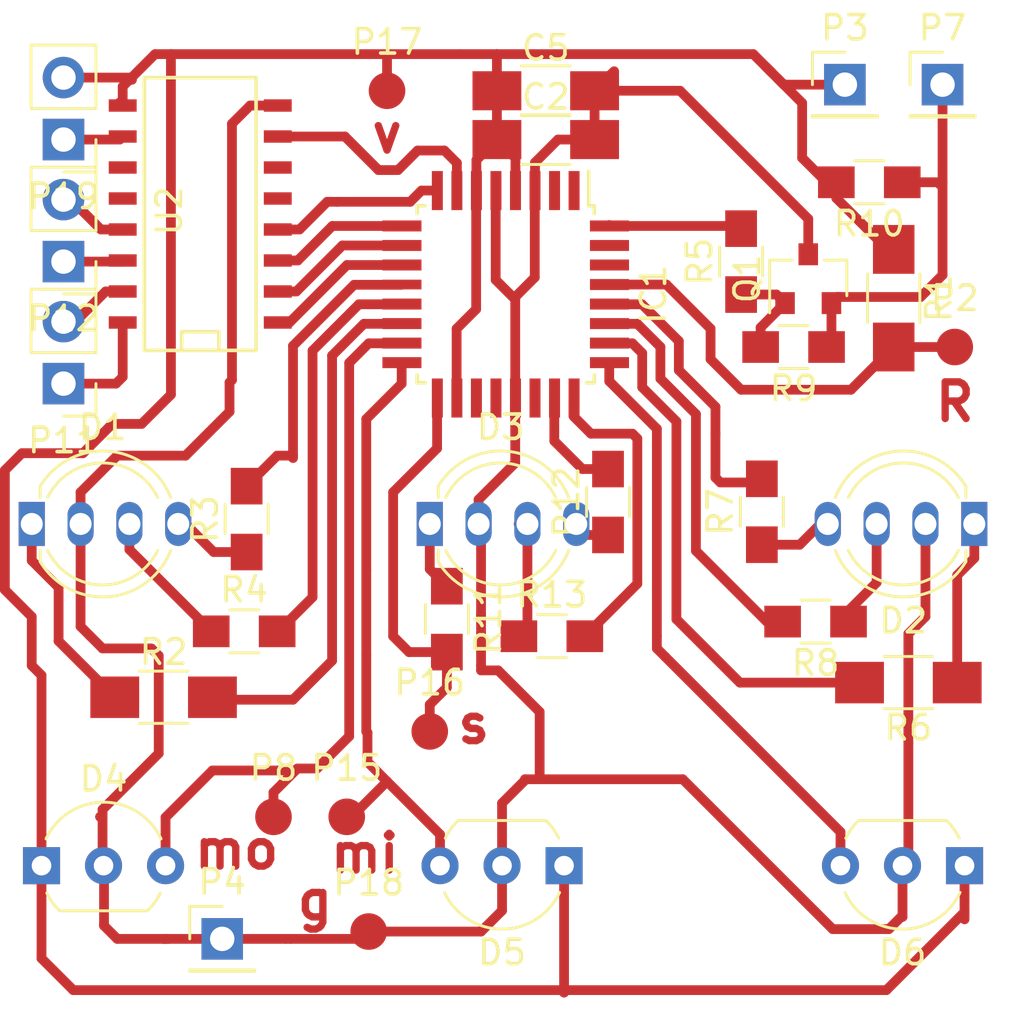
<source format=kicad_pcb>
(kicad_pcb (version 20171130) (host pcbnew "(5.1.12)-1")

  (general
    (thickness 1.6)
    (drawings 14)
    (tracks 304)
    (zones 0)
    (modules 36)
    (nets 49)
  )

  (page A4)
  (layers
    (0 F.Cu signal)
    (31 B.Cu signal)
    (32 B.Adhes user)
    (33 F.Adhes user)
    (34 B.Paste user)
    (35 F.Paste user)
    (36 B.SilkS user)
    (37 F.SilkS user)
    (38 B.Mask user)
    (39 F.Mask user)
    (40 Dwgs.User user)
    (41 Cmts.User user)
    (42 Eco1.User user)
    (43 Eco2.User user)
    (44 Edge.Cuts user)
    (45 Margin user)
    (46 B.CrtYd user)
    (47 F.CrtYd user)
    (48 B.Fab user)
    (49 F.Fab user)
  )

  (setup
    (last_trace_width 0.4)
    (trace_clearance 0.3)
    (zone_clearance 0.508)
    (zone_45_only no)
    (trace_min 0.2)
    (via_size 1.2)
    (via_drill 0.6)
    (via_min_size 0.4)
    (via_min_drill 0.3)
    (uvia_size 0.3)
    (uvia_drill 0.1)
    (uvias_allowed no)
    (uvia_min_size 0.2)
    (uvia_min_drill 0.1)
    (edge_width 0.15)
    (segment_width 0.2)
    (pcb_text_width 0.3)
    (pcb_text_size 1.5 1.5)
    (mod_edge_width 0.15)
    (mod_text_size 1 1)
    (mod_text_width 0.15)
    (pad_size 1.524 1.524)
    (pad_drill 0.762)
    (pad_to_mask_clearance 0.2)
    (aux_axis_origin 0 0)
    (visible_elements 7FFFFFFF)
    (pcbplotparams
      (layerselection 0x00030_80000001)
      (usegerberextensions false)
      (usegerberattributes true)
      (usegerberadvancedattributes true)
      (creategerberjobfile true)
      (excludeedgelayer true)
      (linewidth 0.100000)
      (plotframeref false)
      (viasonmask false)
      (mode 1)
      (useauxorigin false)
      (hpglpennumber 1)
      (hpglpenspeed 20)
      (hpglpendiameter 15.000000)
      (psnegative false)
      (psa4output false)
      (plotreference true)
      (plotvalue true)
      (plotinvisibletext false)
      (padsonsilk false)
      (subtractmaskfromsilk false)
      (outputformat 1)
      (mirror false)
      (drillshape 1)
      (scaleselection 1)
      (outputdirectory ""))
  )

  (net 0 "")
  (net 1 GND)
  (net 2 VCC)
  (net 3 "Net-(D1-Pad1)")
  (net 4 "Net-(D1-Pad3)")
  (net 5 "Net-(D1-Pad4)")
  (net 6 "Net-(D2-Pad1)")
  (net 7 "Net-(D2-Pad3)")
  (net 8 "Net-(D2-Pad4)")
  (net 9 "Net-(D3-Pad1)")
  (net 10 "Net-(D3-Pad3)")
  (net 11 "Net-(D3-Pad4)")
  (net 12 "Net-(IC1-Pad1)")
  (net 13 "Net-(IC1-Pad2)")
  (net 14 "Net-(IC1-Pad19)")
  (net 15 "Net-(IC1-Pad20)")
  (net 16 "Net-(IC1-Pad22)")
  (net 17 "Net-(IC1-Pad29)")
  (net 18 "Net-(IC1-Pad32)")
  (net 19 clunet)
  (net 20 /R1_2)
  (net 21 /R1_1)
  (net 22 /SW1)
  (net 23 /LED1_1)
  (net 24 /LED1_2)
  (net 25 /LED1_3)
  (net 26 /SW2)
  (net 27 /LED2_1)
  (net 28 /LED2_2)
  (net 29 /LED2_3)
  (net 30 /LED3_1)
  (net 31 /LED3_2)
  (net 32 /LED3_3)
  (net 33 /SW3)
  (net 34 /R2_2)
  (net 35 /R2_1)
  (net 36 "Net-(Q1-Pad1)")
  (net 37 "Net-(P11-Pad1)")
  (net 38 "Net-(P11-Pad2)")
  (net 39 "Net-(P12-Pad1)")
  (net 40 "Net-(P12-Pad2)")
  (net 41 "Net-(U2-Pad12)")
  (net 42 "Net-(U2-Pad11)")
  (net 43 "Net-(U2-Pad6)")
  (net 44 "Net-(U2-Pad5)")
  (net 45 "Net-(IC1-Pad30)")
  (net 46 "Net-(IC1-Pad31)")
  (net 47 /spk)
  (net 48 "Net-(P19-Pad1)")

  (net_class Default "Это класс цепей по умолчанию."
    (clearance 0.3)
    (trace_width 0.4)
    (via_dia 1.2)
    (via_drill 0.6)
    (uvia_dia 0.3)
    (uvia_drill 0.1)
    (add_net /LED1_1)
    (add_net /LED1_2)
    (add_net /LED1_3)
    (add_net /LED2_1)
    (add_net /LED2_2)
    (add_net /LED2_3)
    (add_net /LED3_1)
    (add_net /LED3_2)
    (add_net /LED3_3)
    (add_net /R1_1)
    (add_net /R1_2)
    (add_net /R2_1)
    (add_net /R2_2)
    (add_net /SW1)
    (add_net /SW2)
    (add_net /SW3)
    (add_net /spk)
    (add_net GND)
    (add_net "Net-(D1-Pad1)")
    (add_net "Net-(D1-Pad3)")
    (add_net "Net-(D1-Pad4)")
    (add_net "Net-(D2-Pad1)")
    (add_net "Net-(D2-Pad3)")
    (add_net "Net-(D2-Pad4)")
    (add_net "Net-(D3-Pad1)")
    (add_net "Net-(D3-Pad3)")
    (add_net "Net-(D3-Pad4)")
    (add_net "Net-(IC1-Pad1)")
    (add_net "Net-(IC1-Pad19)")
    (add_net "Net-(IC1-Pad2)")
    (add_net "Net-(IC1-Pad20)")
    (add_net "Net-(IC1-Pad22)")
    (add_net "Net-(IC1-Pad29)")
    (add_net "Net-(IC1-Pad30)")
    (add_net "Net-(IC1-Pad31)")
    (add_net "Net-(IC1-Pad32)")
    (add_net "Net-(P11-Pad1)")
    (add_net "Net-(P11-Pad2)")
    (add_net "Net-(P12-Pad1)")
    (add_net "Net-(P12-Pad2)")
    (add_net "Net-(P19-Pad1)")
    (add_net "Net-(Q1-Pad1)")
    (add_net "Net-(U2-Pad11)")
    (add_net "Net-(U2-Pad12)")
    (add_net "Net-(U2-Pad5)")
    (add_net "Net-(U2-Pad6)")
    (add_net VCC)
    (add_net clunet)
  )

  (net_class 12v ""
    (clearance 0.5)
    (trace_width 0.7)
    (via_dia 2)
    (via_drill 0.6)
    (uvia_dia 0.3)
    (uvia_drill 0.1)
  )

  (net_class 220v ""
    (clearance 1)
    (trace_width 1.5)
    (via_dia 1.2)
    (via_drill 0.6)
    (uvia_dia 0.3)
    (uvia_drill 0.1)
  )

  (module Socket_Strips:Socket_Strip_Straight_1x02_Pitch2.54mm (layer F.Cu) (tedit 588DE956) (tstamp 58BA9805)
    (at 112 94.25 180)
    (descr "Through hole straight socket strip, 1x02, 2.54mm pitch, single row")
    (tags "Through hole socket strip THT 1x02 2.54mm single row")
    (path /58BE0A92)
    (fp_text reference P11 (at 0 -2.33 180) (layer F.SilkS)
      (effects (font (size 1 1) (thickness 0.15)))
    )
    (fp_text value R1_ (at 0 4.87 180) (layer F.Fab)
      (effects (font (size 1 1) (thickness 0.15)))
    )
    (fp_line (start 1.55 -1.55) (end -1.55 -1.55) (layer F.CrtYd) (width 0.05))
    (fp_line (start 1.55 4.1) (end 1.55 -1.55) (layer F.CrtYd) (width 0.05))
    (fp_line (start -1.55 4.1) (end 1.55 4.1) (layer F.CrtYd) (width 0.05))
    (fp_line (start -1.55 -1.55) (end -1.55 4.1) (layer F.CrtYd) (width 0.05))
    (fp_line (start -1.33 -1.33) (end 0 -1.33) (layer F.SilkS) (width 0.12))
    (fp_line (start -1.33 0) (end -1.33 -1.33) (layer F.SilkS) (width 0.12))
    (fp_line (start 1.33 1.27) (end -1.33 1.27) (layer F.SilkS) (width 0.12))
    (fp_line (start 1.33 3.87) (end 1.33 1.27) (layer F.SilkS) (width 0.12))
    (fp_line (start -1.33 3.87) (end 1.33 3.87) (layer F.SilkS) (width 0.12))
    (fp_line (start -1.33 1.27) (end -1.33 3.87) (layer F.SilkS) (width 0.12))
    (fp_line (start 1.27 -1.27) (end -1.27 -1.27) (layer F.Fab) (width 0.1))
    (fp_line (start 1.27 3.81) (end 1.27 -1.27) (layer F.Fab) (width 0.1))
    (fp_line (start -1.27 3.81) (end 1.27 3.81) (layer F.Fab) (width 0.1))
    (fp_line (start -1.27 -1.27) (end -1.27 3.81) (layer F.Fab) (width 0.1))
    (pad 1 thru_hole rect (at 0 0 180) (size 1.7 1.7) (drill 1) (layers *.Cu *.Mask)
      (net 37 "Net-(P11-Pad1)"))
    (pad 2 thru_hole oval (at 0 2.54 180) (size 1.7 1.7) (drill 1) (layers *.Cu *.Mask)
      (net 38 "Net-(P11-Pad2)"))
    (model Socket_Strips.3dshapes/Socket_Strip_Straight_1x02_Pitch2.54mm.wrl
      (offset (xyz 0 -1.269999980926514 0))
      (scale (xyz 1 1 1))
      (rotate (xyz 0 0 270))
    )
  )

  (module Capacitors_SMD:C_1206_HandSoldering (layer F.Cu) (tedit 58AA84D1) (tstamp 58BA9771)
    (at 131.75 82.25)
    (descr "Capacitor SMD 1206, hand soldering")
    (tags "capacitor 1206")
    (path /58BFA9D1)
    (attr smd)
    (fp_text reference C5 (at 0 -1.75) (layer F.SilkS)
      (effects (font (size 1 1) (thickness 0.15)))
    )
    (fp_text value C_Small (at 0 2) (layer F.Fab)
      (effects (font (size 1 1) (thickness 0.15)))
    )
    (fp_line (start 3.25 1.05) (end -3.25 1.05) (layer F.CrtYd) (width 0.05))
    (fp_line (start 3.25 1.05) (end 3.25 -1.05) (layer F.CrtYd) (width 0.05))
    (fp_line (start -3.25 -1.05) (end -3.25 1.05) (layer F.CrtYd) (width 0.05))
    (fp_line (start -3.25 -1.05) (end 3.25 -1.05) (layer F.CrtYd) (width 0.05))
    (fp_line (start -1 1.02) (end 1 1.02) (layer F.SilkS) (width 0.12))
    (fp_line (start 1 -1.02) (end -1 -1.02) (layer F.SilkS) (width 0.12))
    (fp_line (start -1.6 -0.8) (end 1.6 -0.8) (layer F.Fab) (width 0.1))
    (fp_line (start 1.6 -0.8) (end 1.6 0.8) (layer F.Fab) (width 0.1))
    (fp_line (start 1.6 0.8) (end -1.6 0.8) (layer F.Fab) (width 0.1))
    (fp_line (start -1.6 0.8) (end -1.6 -0.8) (layer F.Fab) (width 0.1))
    (fp_text user %R (at 0 -1.75) (layer F.Fab)
      (effects (font (size 1 1) (thickness 0.15)))
    )
    (pad 1 smd rect (at -2 0) (size 2 1.6) (layers F.Cu F.Paste F.Mask)
      (net 2 VCC))
    (pad 2 smd rect (at 2 0) (size 2 1.6) (layers F.Cu F.Paste F.Mask)
      (net 1 GND))
    (model Capacitors_SMD.3dshapes/C_1206.wrl
      (at (xyz 0 0 0))
      (scale (xyz 1 1 1))
      (rotate (xyz 0 0 0))
    )
  )

  (module Socket_Strips:Socket_Strip_Straight_1x01_Pitch2.54mm (layer F.Cu) (tedit 58D2AF3B) (tstamp 58BA97D8)
    (at 144 82)
    (descr "Through hole straight socket strip, 1x01, 2.54mm pitch, single row")
    (tags "Through hole socket strip THT 1x01 2.54mm single row")
    (path /58B450CD)
    (fp_text reference P3 (at 0 -2.33) (layer F.SilkS)
      (effects (font (size 1 1) (thickness 0.15)))
    )
    (fp_text value Vcc (at 1.4 0.9) (layer F.Fab)
      (effects (font (size 1 1) (thickness 0.15)))
    )
    (fp_line (start 1.55 -1.55) (end -1.55 -1.55) (layer F.CrtYd) (width 0.05))
    (fp_line (start 1.55 1.55) (end 1.55 -1.55) (layer F.CrtYd) (width 0.05))
    (fp_line (start -1.55 1.55) (end 1.55 1.55) (layer F.CrtYd) (width 0.05))
    (fp_line (start -1.55 -1.55) (end -1.55 1.55) (layer F.CrtYd) (width 0.05))
    (fp_line (start -1.33 -1.33) (end 0 -1.33) (layer F.SilkS) (width 0.12))
    (fp_line (start -1.33 0) (end -1.33 -1.33) (layer F.SilkS) (width 0.12))
    (fp_line (start 1.33 1.27) (end -1.33 1.27) (layer F.SilkS) (width 0.12))
    (fp_line (start 1.33 1.33) (end 1.33 1.27) (layer F.SilkS) (width 0.12))
    (fp_line (start -1.33 1.33) (end 1.33 1.33) (layer F.SilkS) (width 0.12))
    (fp_line (start -1.33 1.27) (end -1.33 1.33) (layer F.SilkS) (width 0.12))
    (fp_line (start 1.27 -1.27) (end -1.27 -1.27) (layer F.Fab) (width 0.1))
    (fp_line (start 1.27 1.27) (end 1.27 -1.27) (layer F.Fab) (width 0.1))
    (fp_line (start -1.27 1.27) (end 1.27 1.27) (layer F.Fab) (width 0.1))
    (fp_line (start -1.27 -1.27) (end -1.27 1.27) (layer F.Fab) (width 0.1))
    (pad 1 thru_hole rect (at 0 0) (size 1.7 1.7) (drill 1) (layers *.Cu *.Mask)
      (net 2 VCC))
    (model Socket_Strips.3dshapes/Socket_Strip_Straight_1x01_Pitch2.54mm.wrl
      (at (xyz 0 0 0))
      (scale (xyz 1 1 1))
      (rotate (xyz 0 0 270))
    )
  )

  (module Socket_Strips:Socket_Strip_Straight_1x01_Pitch2.54mm (layer F.Cu) (tedit 588DE956) (tstamp 58BA97DD)
    (at 118.5 117)
    (descr "Through hole straight socket strip, 1x01, 2.54mm pitch, single row")
    (tags "Through hole socket strip THT 1x01 2.54mm single row")
    (path /58B466F4)
    (fp_text reference P4 (at 0 -2.33) (layer F.SilkS)
      (effects (font (size 1 1) (thickness 0.15)))
    )
    (fp_text value Gnd (at 0 2.33) (layer F.Fab)
      (effects (font (size 1 1) (thickness 0.15)))
    )
    (fp_line (start 1.55 -1.55) (end -1.55 -1.55) (layer F.CrtYd) (width 0.05))
    (fp_line (start 1.55 1.55) (end 1.55 -1.55) (layer F.CrtYd) (width 0.05))
    (fp_line (start -1.55 1.55) (end 1.55 1.55) (layer F.CrtYd) (width 0.05))
    (fp_line (start -1.55 -1.55) (end -1.55 1.55) (layer F.CrtYd) (width 0.05))
    (fp_line (start -1.33 -1.33) (end 0 -1.33) (layer F.SilkS) (width 0.12))
    (fp_line (start -1.33 0) (end -1.33 -1.33) (layer F.SilkS) (width 0.12))
    (fp_line (start 1.33 1.27) (end -1.33 1.27) (layer F.SilkS) (width 0.12))
    (fp_line (start 1.33 1.33) (end 1.33 1.27) (layer F.SilkS) (width 0.12))
    (fp_line (start -1.33 1.33) (end 1.33 1.33) (layer F.SilkS) (width 0.12))
    (fp_line (start -1.33 1.27) (end -1.33 1.33) (layer F.SilkS) (width 0.12))
    (fp_line (start 1.27 -1.27) (end -1.27 -1.27) (layer F.Fab) (width 0.1))
    (fp_line (start 1.27 1.27) (end 1.27 -1.27) (layer F.Fab) (width 0.1))
    (fp_line (start -1.27 1.27) (end 1.27 1.27) (layer F.Fab) (width 0.1))
    (fp_line (start -1.27 -1.27) (end -1.27 1.27) (layer F.Fab) (width 0.1))
    (pad 1 thru_hole rect (at 0 0) (size 1.7 1.7) (drill 1) (layers *.Cu *.Mask)
      (net 1 GND))
    (model Socket_Strips.3dshapes/Socket_Strip_Straight_1x01_Pitch2.54mm.wrl
      (at (xyz 0 0 0))
      (scale (xyz 1 1 1))
      (rotate (xyz 0 0 270))
    )
  )

  (module Socket_Strips:Socket_Strip_Straight_1x01_Pitch2.54mm (layer F.Cu) (tedit 588DE956) (tstamp 58BA97EE)
    (at 148 82)
    (descr "Through hole straight socket strip, 1x01, 2.54mm pitch, single row")
    (tags "Through hole socket strip THT 1x01 2.54mm single row")
    (path /58BF43F3)
    (fp_text reference P7 (at 0 -2.33) (layer F.SilkS)
      (effects (font (size 1 1) (thickness 0.15)))
    )
    (fp_text value Clunet (at 0 2.33) (layer F.Fab)
      (effects (font (size 1 1) (thickness 0.15)))
    )
    (fp_line (start 1.55 -1.55) (end -1.55 -1.55) (layer F.CrtYd) (width 0.05))
    (fp_line (start 1.55 1.55) (end 1.55 -1.55) (layer F.CrtYd) (width 0.05))
    (fp_line (start -1.55 1.55) (end 1.55 1.55) (layer F.CrtYd) (width 0.05))
    (fp_line (start -1.55 -1.55) (end -1.55 1.55) (layer F.CrtYd) (width 0.05))
    (fp_line (start -1.33 -1.33) (end 0 -1.33) (layer F.SilkS) (width 0.12))
    (fp_line (start -1.33 0) (end -1.33 -1.33) (layer F.SilkS) (width 0.12))
    (fp_line (start 1.33 1.27) (end -1.33 1.27) (layer F.SilkS) (width 0.12))
    (fp_line (start 1.33 1.33) (end 1.33 1.27) (layer F.SilkS) (width 0.12))
    (fp_line (start -1.33 1.33) (end 1.33 1.33) (layer F.SilkS) (width 0.12))
    (fp_line (start -1.33 1.27) (end -1.33 1.33) (layer F.SilkS) (width 0.12))
    (fp_line (start 1.27 -1.27) (end -1.27 -1.27) (layer F.Fab) (width 0.1))
    (fp_line (start 1.27 1.27) (end 1.27 -1.27) (layer F.Fab) (width 0.1))
    (fp_line (start -1.27 1.27) (end 1.27 1.27) (layer F.Fab) (width 0.1))
    (fp_line (start -1.27 -1.27) (end -1.27 1.27) (layer F.Fab) (width 0.1))
    (pad 1 thru_hole rect (at 0 0) (size 1.7 1.7) (drill 1) (layers *.Cu *.Mask)
      (net 19 clunet))
    (model Socket_Strips.3dshapes/Socket_Strip_Straight_1x01_Pitch2.54mm.wrl
      (at (xyz 0 0 0))
      (scale (xyz 1 1 1))
      (rotate (xyz 0 0 270))
    )
  )

  (module Socket_Strips:Socket_Strip_Straight_1x02_Pitch2.54mm (layer F.Cu) (tedit 588DE956) (tstamp 58BA980B)
    (at 112 89.25 180)
    (descr "Through hole straight socket strip, 1x02, 2.54mm pitch, single row")
    (tags "Through hole socket strip THT 1x02 2.54mm single row")
    (path /58BE5403)
    (fp_text reference P12 (at 0 -2.33 180) (layer F.SilkS)
      (effects (font (size 1 1) (thickness 0.15)))
    )
    (fp_text value R2_ (at 0 4.87 180) (layer F.Fab)
      (effects (font (size 1 1) (thickness 0.15)))
    )
    (fp_line (start 1.55 -1.55) (end -1.55 -1.55) (layer F.CrtYd) (width 0.05))
    (fp_line (start 1.55 4.1) (end 1.55 -1.55) (layer F.CrtYd) (width 0.05))
    (fp_line (start -1.55 4.1) (end 1.55 4.1) (layer F.CrtYd) (width 0.05))
    (fp_line (start -1.55 -1.55) (end -1.55 4.1) (layer F.CrtYd) (width 0.05))
    (fp_line (start -1.33 -1.33) (end 0 -1.33) (layer F.SilkS) (width 0.12))
    (fp_line (start -1.33 0) (end -1.33 -1.33) (layer F.SilkS) (width 0.12))
    (fp_line (start 1.33 1.27) (end -1.33 1.27) (layer F.SilkS) (width 0.12))
    (fp_line (start 1.33 3.87) (end 1.33 1.27) (layer F.SilkS) (width 0.12))
    (fp_line (start -1.33 3.87) (end 1.33 3.87) (layer F.SilkS) (width 0.12))
    (fp_line (start -1.33 1.27) (end -1.33 3.87) (layer F.SilkS) (width 0.12))
    (fp_line (start 1.27 -1.27) (end -1.27 -1.27) (layer F.Fab) (width 0.1))
    (fp_line (start 1.27 3.81) (end 1.27 -1.27) (layer F.Fab) (width 0.1))
    (fp_line (start -1.27 3.81) (end 1.27 3.81) (layer F.Fab) (width 0.1))
    (fp_line (start -1.27 -1.27) (end -1.27 3.81) (layer F.Fab) (width 0.1))
    (pad 1 thru_hole rect (at 0 0 180) (size 1.7 1.7) (drill 1) (layers *.Cu *.Mask)
      (net 39 "Net-(P12-Pad1)"))
    (pad 2 thru_hole oval (at 0 2.54 180) (size 1.7 1.7) (drill 1) (layers *.Cu *.Mask)
      (net 40 "Net-(P12-Pad2)"))
    (model Socket_Strips.3dshapes/Socket_Strip_Straight_1x02_Pitch2.54mm.wrl
      (offset (xyz 0 -1.269999980926514 0))
      (scale (xyz 1 1 1))
      (rotate (xyz 0 0 270))
    )
  )

  (module TO_SOT_Packages_SMD:SOT-23 (layer F.Cu) (tedit 58D2AD8A) (tstamp 58BAE358)
    (at 142.5 89.95 90)
    (descr "SOT-23, Standard")
    (tags SOT-23)
    (path /58AF5191)
    (attr smd)
    (fp_text reference Q1 (at 0 -2.5 90) (layer F.SilkS)
      (effects (font (size 1 1) (thickness 0.15)))
    )
    (fp_text value "PNP BC858" (at 6.25 -0.9 90) (layer F.Fab)
      (effects (font (size 1 1) (thickness 0.15)))
    )
    (fp_line (start 0.76 1.58) (end -0.7 1.58) (layer F.SilkS) (width 0.12))
    (fp_line (start 0.76 -1.58) (end -1.4 -1.58) (layer F.SilkS) (width 0.12))
    (fp_line (start -1.7 1.75) (end -1.7 -1.75) (layer F.CrtYd) (width 0.05))
    (fp_line (start 1.7 1.75) (end -1.7 1.75) (layer F.CrtYd) (width 0.05))
    (fp_line (start 1.7 -1.75) (end 1.7 1.75) (layer F.CrtYd) (width 0.05))
    (fp_line (start -1.7 -1.75) (end 1.7 -1.75) (layer F.CrtYd) (width 0.05))
    (fp_line (start 0.76 -1.58) (end 0.76 -0.65) (layer F.SilkS) (width 0.12))
    (fp_line (start 0.76 1.58) (end 0.76 0.65) (layer F.SilkS) (width 0.12))
    (fp_line (start -0.7 1.52) (end 0.7 1.52) (layer F.Fab) (width 0.1))
    (fp_line (start 0.7 -1.52) (end 0.7 1.52) (layer F.Fab) (width 0.1))
    (fp_line (start -0.7 -0.95) (end -0.15 -1.52) (layer F.Fab) (width 0.1))
    (fp_line (start -0.15 -1.52) (end 0.7 -1.52) (layer F.Fab) (width 0.1))
    (fp_line (start -0.7 -0.95) (end -0.7 1.5) (layer F.Fab) (width 0.1))
    (pad 1 smd rect (at -1 -0.95 90) (size 0.9 0.8) (layers F.Cu F.Paste F.Mask)
      (net 36 "Net-(Q1-Pad1)"))
    (pad 2 smd rect (at -1 0.95 90) (size 0.9 0.8) (layers F.Cu F.Paste F.Mask)
      (net 19 clunet))
    (pad 3 smd rect (at 1 0 90) (size 0.9 0.8) (layers F.Cu F.Paste F.Mask)
      (net 1 GND))
    (model TO_SOT_Packages_SMD.3dshapes/SOT-23.wrl
      (at (xyz 0 0 0))
      (scale (xyz 1 1 1))
      (rotate (xyz 0 0 90))
    )
  )

  (module Resistors_SMD:R_0805_HandSoldering (layer F.Cu) (tedit 58D2AE7C) (tstamp 58BAE364)
    (at 139.75 89.25 90)
    (descr "Resistor SMD 0805, hand soldering")
    (tags "resistor 0805")
    (path /58AF7C8A)
    (attr smd)
    (fp_text reference R5 (at 0 -1.7 90) (layer F.SilkS)
      (effects (font (size 1 1) (thickness 0.15)))
    )
    (fp_text value 2.2K (at 2.85 -1.45 90) (layer F.Fab)
      (effects (font (size 1 1) (thickness 0.15)))
    )
    (fp_line (start 2.35 0.9) (end -2.35 0.9) (layer F.CrtYd) (width 0.05))
    (fp_line (start 2.35 0.9) (end 2.35 -0.9) (layer F.CrtYd) (width 0.05))
    (fp_line (start -2.35 -0.9) (end -2.35 0.9) (layer F.CrtYd) (width 0.05))
    (fp_line (start -2.35 -0.9) (end 2.35 -0.9) (layer F.CrtYd) (width 0.05))
    (fp_line (start -0.6 -0.88) (end 0.6 -0.88) (layer F.SilkS) (width 0.12))
    (fp_line (start 0.6 0.88) (end -0.6 0.88) (layer F.SilkS) (width 0.12))
    (fp_line (start -1 -0.62) (end 1 -0.62) (layer F.Fab) (width 0.1))
    (fp_line (start 1 -0.62) (end 1 0.62) (layer F.Fab) (width 0.1))
    (fp_line (start 1 0.62) (end -1 0.62) (layer F.Fab) (width 0.1))
    (fp_line (start -1 0.62) (end -1 -0.62) (layer F.Fab) (width 0.1))
    (fp_text user %R (at 0 -1.7 90) (layer F.Fab)
      (effects (font (size 1 1) (thickness 0.15)))
    )
    (pad 1 smd rect (at -1.35 0 90) (size 1.5 1.3) (layers F.Cu F.Paste F.Mask)
      (net 36 "Net-(Q1-Pad1)"))
    (pad 2 smd rect (at 1.35 0 90) (size 1.5 1.3) (layers F.Cu F.Paste F.Mask)
      (net 18 "Net-(IC1-Pad32)"))
    (model Resistors_SMD.3dshapes/R_0805.wrl
      (at (xyz 0 0 0))
      (scale (xyz 1 1 1))
      (rotate (xyz 0 0 0))
    )
  )

  (module Resistors_SMD:R_0805_HandSoldering (layer F.Cu) (tedit 58AADA1D) (tstamp 58BAE36A)
    (at 140.6 99.5 90)
    (descr "Resistor SMD 0805, hand soldering")
    (tags "resistor 0805")
    (path /58B42EE7)
    (attr smd)
    (fp_text reference R7 (at 0 -1.7 90) (layer F.SilkS)
      (effects (font (size 1 1) (thickness 0.15)))
    )
    (fp_text value 470R (at 0 1.75 90) (layer F.Fab)
      (effects (font (size 1 1) (thickness 0.15)))
    )
    (fp_line (start 2.35 0.9) (end -2.35 0.9) (layer F.CrtYd) (width 0.05))
    (fp_line (start 2.35 0.9) (end 2.35 -0.9) (layer F.CrtYd) (width 0.05))
    (fp_line (start -2.35 -0.9) (end -2.35 0.9) (layer F.CrtYd) (width 0.05))
    (fp_line (start -2.35 -0.9) (end 2.35 -0.9) (layer F.CrtYd) (width 0.05))
    (fp_line (start -0.6 -0.88) (end 0.6 -0.88) (layer F.SilkS) (width 0.12))
    (fp_line (start 0.6 0.88) (end -0.6 0.88) (layer F.SilkS) (width 0.12))
    (fp_line (start -1 -0.62) (end 1 -0.62) (layer F.Fab) (width 0.1))
    (fp_line (start 1 -0.62) (end 1 0.62) (layer F.Fab) (width 0.1))
    (fp_line (start 1 0.62) (end -1 0.62) (layer F.Fab) (width 0.1))
    (fp_line (start -1 0.62) (end -1 -0.62) (layer F.Fab) (width 0.1))
    (fp_text user %R (at 0 -1.7 90) (layer F.Fab)
      (effects (font (size 1 1) (thickness 0.15)))
    )
    (pad 1 smd rect (at -1.35 0 90) (size 1.5 1.3) (layers F.Cu F.Paste F.Mask)
      (net 8 "Net-(D2-Pad4)"))
    (pad 2 smd rect (at 1.35 0 90) (size 1.5 1.3) (layers F.Cu F.Paste F.Mask)
      (net 32 /LED3_3))
    (model Resistors_SMD.3dshapes/R_0805.wrl
      (at (xyz 0 0 0))
      (scale (xyz 1 1 1))
      (rotate (xyz 0 0 0))
    )
  )

  (module Resistors_SMD:R_0805_HandSoldering (layer F.Cu) (tedit 58AADA1D) (tstamp 58BAE370)
    (at 142.8 104 180)
    (descr "Resistor SMD 0805, hand soldering")
    (tags "resistor 0805")
    (path /58B42F44)
    (attr smd)
    (fp_text reference R8 (at 0 -1.7 180) (layer F.SilkS)
      (effects (font (size 1 1) (thickness 0.15)))
    )
    (fp_text value 470R (at 0 1.75 180) (layer F.Fab)
      (effects (font (size 1 1) (thickness 0.15)))
    )
    (fp_line (start 2.35 0.9) (end -2.35 0.9) (layer F.CrtYd) (width 0.05))
    (fp_line (start 2.35 0.9) (end 2.35 -0.9) (layer F.CrtYd) (width 0.05))
    (fp_line (start -2.35 -0.9) (end -2.35 0.9) (layer F.CrtYd) (width 0.05))
    (fp_line (start -2.35 -0.9) (end 2.35 -0.9) (layer F.CrtYd) (width 0.05))
    (fp_line (start -0.6 -0.88) (end 0.6 -0.88) (layer F.SilkS) (width 0.12))
    (fp_line (start 0.6 0.88) (end -0.6 0.88) (layer F.SilkS) (width 0.12))
    (fp_line (start -1 -0.62) (end 1 -0.62) (layer F.Fab) (width 0.1))
    (fp_line (start 1 -0.62) (end 1 0.62) (layer F.Fab) (width 0.1))
    (fp_line (start 1 0.62) (end -1 0.62) (layer F.Fab) (width 0.1))
    (fp_line (start -1 0.62) (end -1 -0.62) (layer F.Fab) (width 0.1))
    (fp_text user %R (at 0 -1.7 180) (layer F.Fab)
      (effects (font (size 1 1) (thickness 0.15)))
    )
    (pad 1 smd rect (at -1.35 0 180) (size 1.5 1.3) (layers F.Cu F.Paste F.Mask)
      (net 7 "Net-(D2-Pad3)"))
    (pad 2 smd rect (at 1.35 0 180) (size 1.5 1.3) (layers F.Cu F.Paste F.Mask)
      (net 31 /LED3_2))
    (model Resistors_SMD.3dshapes/R_0805.wrl
      (at (xyz 0 0 0))
      (scale (xyz 1 1 1))
      (rotate (xyz 0 0 0))
    )
  )

  (module Resistors_SMD:R_0805_HandSoldering (layer F.Cu) (tedit 58D2AE75) (tstamp 58BAE376)
    (at 141.9 92.75 180)
    (descr "Resistor SMD 0805, hand soldering")
    (tags "resistor 0805")
    (path /58AF7EE3)
    (attr smd)
    (fp_text reference R9 (at 0 -1.7 180) (layer F.SilkS)
      (effects (font (size 1 1) (thickness 0.15)))
    )
    (fp_text value 22K (at 2.1 -1.55 180) (layer F.Fab)
      (effects (font (size 1 1) (thickness 0.15)))
    )
    (fp_line (start 2.35 0.9) (end -2.35 0.9) (layer F.CrtYd) (width 0.05))
    (fp_line (start 2.35 0.9) (end 2.35 -0.9) (layer F.CrtYd) (width 0.05))
    (fp_line (start -2.35 -0.9) (end -2.35 0.9) (layer F.CrtYd) (width 0.05))
    (fp_line (start -2.35 -0.9) (end 2.35 -0.9) (layer F.CrtYd) (width 0.05))
    (fp_line (start -0.6 -0.88) (end 0.6 -0.88) (layer F.SilkS) (width 0.12))
    (fp_line (start 0.6 0.88) (end -0.6 0.88) (layer F.SilkS) (width 0.12))
    (fp_line (start -1 -0.62) (end 1 -0.62) (layer F.Fab) (width 0.1))
    (fp_line (start 1 -0.62) (end 1 0.62) (layer F.Fab) (width 0.1))
    (fp_line (start 1 0.62) (end -1 0.62) (layer F.Fab) (width 0.1))
    (fp_line (start -1 0.62) (end -1 -0.62) (layer F.Fab) (width 0.1))
    (fp_text user %R (at 0 -1.7 180) (layer F.Fab)
      (effects (font (size 1 1) (thickness 0.15)))
    )
    (pad 1 smd rect (at -1.35 0 180) (size 1.5 1.3) (layers F.Cu F.Paste F.Mask)
      (net 19 clunet))
    (pad 2 smd rect (at 1.35 0 180) (size 1.5 1.3) (layers F.Cu F.Paste F.Mask)
      (net 36 "Net-(Q1-Pad1)"))
    (model Resistors_SMD.3dshapes/R_0805.wrl
      (at (xyz 0 0 0))
      (scale (xyz 1 1 1))
      (rotate (xyz 0 0 0))
    )
  )

  (module Resistors_SMD:R_0805_HandSoldering (layer F.Cu) (tedit 58D2AF40) (tstamp 58BAE37C)
    (at 145 86 180)
    (descr "Resistor SMD 0805, hand soldering")
    (tags "resistor 0805")
    (path /58AF8C12)
    (attr smd)
    (fp_text reference R10 (at 0 -1.7 180) (layer F.SilkS)
      (effects (font (size 1 1) (thickness 0.15)))
    )
    (fp_text value 560R (at -4.3 0 180) (layer F.Fab)
      (effects (font (size 1 1) (thickness 0.15)))
    )
    (fp_line (start 2.35 0.9) (end -2.35 0.9) (layer F.CrtYd) (width 0.05))
    (fp_line (start 2.35 0.9) (end 2.35 -0.9) (layer F.CrtYd) (width 0.05))
    (fp_line (start -2.35 -0.9) (end -2.35 0.9) (layer F.CrtYd) (width 0.05))
    (fp_line (start -2.35 -0.9) (end 2.35 -0.9) (layer F.CrtYd) (width 0.05))
    (fp_line (start -0.6 -0.88) (end 0.6 -0.88) (layer F.SilkS) (width 0.12))
    (fp_line (start 0.6 0.88) (end -0.6 0.88) (layer F.SilkS) (width 0.12))
    (fp_line (start -1 -0.62) (end 1 -0.62) (layer F.Fab) (width 0.1))
    (fp_line (start 1 -0.62) (end 1 0.62) (layer F.Fab) (width 0.1))
    (fp_line (start 1 0.62) (end -1 0.62) (layer F.Fab) (width 0.1))
    (fp_line (start -1 0.62) (end -1 -0.62) (layer F.Fab) (width 0.1))
    (fp_text user %R (at 0 -1.7 180) (layer F.Fab)
      (effects (font (size 1 1) (thickness 0.15)))
    )
    (pad 1 smd rect (at -1.35 0 180) (size 1.5 1.3) (layers F.Cu F.Paste F.Mask)
      (net 19 clunet))
    (pad 2 smd rect (at 1.35 0 180) (size 1.5 1.3) (layers F.Cu F.Paste F.Mask)
      (net 2 VCC))
    (model Resistors_SMD.3dshapes/R_0805.wrl
      (at (xyz 0 0 0))
      (scale (xyz 1 1 1))
      (rotate (xyz 0 0 0))
    )
  )

  (module Resistors_SMD:R_1206_HandSoldering (layer F.Cu) (tedit 58AADA36) (tstamp 58BAE420)
    (at 116.1 107.1)
    (descr "Resistor SMD 1206, hand soldering")
    (tags "resistor 1206")
    (path /58B0305C)
    (attr smd)
    (fp_text reference R2 (at 0 -1.85) (layer F.SilkS)
      (effects (font (size 1 1) (thickness 0.15)))
    )
    (fp_text value 470R (at 0 1.9) (layer F.Fab)
      (effects (font (size 1 1) (thickness 0.15)))
    )
    (fp_line (start 3.25 1.1) (end -3.25 1.1) (layer F.CrtYd) (width 0.05))
    (fp_line (start 3.25 1.1) (end 3.25 -1.11) (layer F.CrtYd) (width 0.05))
    (fp_line (start -3.25 -1.11) (end -3.25 1.1) (layer F.CrtYd) (width 0.05))
    (fp_line (start -3.25 -1.11) (end 3.25 -1.11) (layer F.CrtYd) (width 0.05))
    (fp_line (start -1 -1.07) (end 1 -1.07) (layer F.SilkS) (width 0.12))
    (fp_line (start 1 1.07) (end -1 1.07) (layer F.SilkS) (width 0.12))
    (fp_line (start -1.6 -0.8) (end 1.6 -0.8) (layer F.Fab) (width 0.1))
    (fp_line (start 1.6 -0.8) (end 1.6 0.8) (layer F.Fab) (width 0.1))
    (fp_line (start 1.6 0.8) (end -1.6 0.8) (layer F.Fab) (width 0.1))
    (fp_line (start -1.6 0.8) (end -1.6 -0.8) (layer F.Fab) (width 0.1))
    (fp_text user %R (at 0 -1.85) (layer F.Fab)
      (effects (font (size 1 1) (thickness 0.15)))
    )
    (pad 1 smd rect (at -2 0) (size 2 1.7) (layers F.Cu F.Paste F.Mask)
      (net 3 "Net-(D1-Pad1)"))
    (pad 2 smd rect (at 2 0) (size 2 1.7) (layers F.Cu F.Paste F.Mask)
      (net 23 /LED1_1))
    (model Resistors_SMD.3dshapes/R_1206.wrl
      (at (xyz 0 0 0))
      (scale (xyz 1 1 1))
      (rotate (xyz 0 0 0))
    )
  )

  (module Resistors_SMD:R_0805_HandSoldering (layer F.Cu) (tedit 58AADA1D) (tstamp 58BAE426)
    (at 119.5 99.8 90)
    (descr "Resistor SMD 0805, hand soldering")
    (tags "resistor 0805")
    (path /58B03009)
    (attr smd)
    (fp_text reference R3 (at 0 -1.7 90) (layer F.SilkS)
      (effects (font (size 1 1) (thickness 0.15)))
    )
    (fp_text value 470R (at 0 1.75 90) (layer F.Fab)
      (effects (font (size 1 1) (thickness 0.15)))
    )
    (fp_line (start 2.35 0.9) (end -2.35 0.9) (layer F.CrtYd) (width 0.05))
    (fp_line (start 2.35 0.9) (end 2.35 -0.9) (layer F.CrtYd) (width 0.05))
    (fp_line (start -2.35 -0.9) (end -2.35 0.9) (layer F.CrtYd) (width 0.05))
    (fp_line (start -2.35 -0.9) (end 2.35 -0.9) (layer F.CrtYd) (width 0.05))
    (fp_line (start -0.6 -0.88) (end 0.6 -0.88) (layer F.SilkS) (width 0.12))
    (fp_line (start 0.6 0.88) (end -0.6 0.88) (layer F.SilkS) (width 0.12))
    (fp_line (start -1 -0.62) (end 1 -0.62) (layer F.Fab) (width 0.1))
    (fp_line (start 1 -0.62) (end 1 0.62) (layer F.Fab) (width 0.1))
    (fp_line (start 1 0.62) (end -1 0.62) (layer F.Fab) (width 0.1))
    (fp_line (start -1 0.62) (end -1 -0.62) (layer F.Fab) (width 0.1))
    (fp_text user %R (at 0 -1.7 90) (layer F.Fab)
      (effects (font (size 1 1) (thickness 0.15)))
    )
    (pad 1 smd rect (at -1.35 0 90) (size 1.5 1.3) (layers F.Cu F.Paste F.Mask)
      (net 5 "Net-(D1-Pad4)"))
    (pad 2 smd rect (at 1.35 0 90) (size 1.5 1.3) (layers F.Cu F.Paste F.Mask)
      (net 25 /LED1_3))
    (model Resistors_SMD.3dshapes/R_0805.wrl
      (at (xyz 0 0 0))
      (scale (xyz 1 1 1))
      (rotate (xyz 0 0 0))
    )
  )

  (module Resistors_SMD:R_0805_HandSoldering (layer F.Cu) (tedit 58AADA1D) (tstamp 58BAE42C)
    (at 119.4 104.4)
    (descr "Resistor SMD 0805, hand soldering")
    (tags "resistor 0805")
    (path /58B027EB)
    (attr smd)
    (fp_text reference R4 (at 0 -1.7) (layer F.SilkS)
      (effects (font (size 1 1) (thickness 0.15)))
    )
    (fp_text value 470R (at 0 1.75) (layer F.Fab)
      (effects (font (size 1 1) (thickness 0.15)))
    )
    (fp_line (start 2.35 0.9) (end -2.35 0.9) (layer F.CrtYd) (width 0.05))
    (fp_line (start 2.35 0.9) (end 2.35 -0.9) (layer F.CrtYd) (width 0.05))
    (fp_line (start -2.35 -0.9) (end -2.35 0.9) (layer F.CrtYd) (width 0.05))
    (fp_line (start -2.35 -0.9) (end 2.35 -0.9) (layer F.CrtYd) (width 0.05))
    (fp_line (start -0.6 -0.88) (end 0.6 -0.88) (layer F.SilkS) (width 0.12))
    (fp_line (start 0.6 0.88) (end -0.6 0.88) (layer F.SilkS) (width 0.12))
    (fp_line (start -1 -0.62) (end 1 -0.62) (layer F.Fab) (width 0.1))
    (fp_line (start 1 -0.62) (end 1 0.62) (layer F.Fab) (width 0.1))
    (fp_line (start 1 0.62) (end -1 0.62) (layer F.Fab) (width 0.1))
    (fp_line (start -1 0.62) (end -1 -0.62) (layer F.Fab) (width 0.1))
    (fp_text user %R (at 0 -1.7) (layer F.Fab)
      (effects (font (size 1 1) (thickness 0.15)))
    )
    (pad 1 smd rect (at -1.35 0) (size 1.5 1.3) (layers F.Cu F.Paste F.Mask)
      (net 4 "Net-(D1-Pad3)"))
    (pad 2 smd rect (at 1.35 0) (size 1.5 1.3) (layers F.Cu F.Paste F.Mask)
      (net 24 /LED1_2))
    (model Resistors_SMD.3dshapes/R_0805.wrl
      (at (xyz 0 0 0))
      (scale (xyz 1 1 1))
      (rotate (xyz 0 0 0))
    )
  )

  (module Resistors_SMD:R_1206_HandSoldering (layer F.Cu) (tedit 58AADA36) (tstamp 58BAE432)
    (at 146.6 106.5 180)
    (descr "Resistor SMD 1206, hand soldering")
    (tags "resistor 1206")
    (path /58B42D52)
    (attr smd)
    (fp_text reference R6 (at 0 -1.85 180) (layer F.SilkS)
      (effects (font (size 1 1) (thickness 0.15)))
    )
    (fp_text value 470R (at 0 1.9 180) (layer F.Fab)
      (effects (font (size 1 1) (thickness 0.15)))
    )
    (fp_line (start 3.25 1.1) (end -3.25 1.1) (layer F.CrtYd) (width 0.05))
    (fp_line (start 3.25 1.1) (end 3.25 -1.11) (layer F.CrtYd) (width 0.05))
    (fp_line (start -3.25 -1.11) (end -3.25 1.1) (layer F.CrtYd) (width 0.05))
    (fp_line (start -3.25 -1.11) (end 3.25 -1.11) (layer F.CrtYd) (width 0.05))
    (fp_line (start -1 -1.07) (end 1 -1.07) (layer F.SilkS) (width 0.12))
    (fp_line (start 1 1.07) (end -1 1.07) (layer F.SilkS) (width 0.12))
    (fp_line (start -1.6 -0.8) (end 1.6 -0.8) (layer F.Fab) (width 0.1))
    (fp_line (start 1.6 -0.8) (end 1.6 0.8) (layer F.Fab) (width 0.1))
    (fp_line (start 1.6 0.8) (end -1.6 0.8) (layer F.Fab) (width 0.1))
    (fp_line (start -1.6 0.8) (end -1.6 -0.8) (layer F.Fab) (width 0.1))
    (fp_text user %R (at 0 -1.85 180) (layer F.Fab)
      (effects (font (size 1 1) (thickness 0.15)))
    )
    (pad 1 smd rect (at -2 0 180) (size 2 1.7) (layers F.Cu F.Paste F.Mask)
      (net 6 "Net-(D2-Pad1)"))
    (pad 2 smd rect (at 2 0 180) (size 2 1.7) (layers F.Cu F.Paste F.Mask)
      (net 30 /LED3_1))
    (model Resistors_SMD.3dshapes/R_1206.wrl
      (at (xyz 0 0 0))
      (scale (xyz 1 1 1))
      (rotate (xyz 0 0 0))
    )
  )

  (module Resistors_SMD:R_0805_HandSoldering (layer F.Cu) (tedit 58AADA1D) (tstamp 58BAE43E)
    (at 134.3 99.1 90)
    (descr "Resistor SMD 0805, hand soldering")
    (tags "resistor 0805")
    (path /58B9F8F7)
    (attr smd)
    (fp_text reference R12 (at 0 -1.7 90) (layer F.SilkS)
      (effects (font (size 1 1) (thickness 0.15)))
    )
    (fp_text value 470R (at 0 1.75 90) (layer F.Fab)
      (effects (font (size 1 1) (thickness 0.15)))
    )
    (fp_line (start 2.35 0.9) (end -2.35 0.9) (layer F.CrtYd) (width 0.05))
    (fp_line (start 2.35 0.9) (end 2.35 -0.9) (layer F.CrtYd) (width 0.05))
    (fp_line (start -2.35 -0.9) (end -2.35 0.9) (layer F.CrtYd) (width 0.05))
    (fp_line (start -2.35 -0.9) (end 2.35 -0.9) (layer F.CrtYd) (width 0.05))
    (fp_line (start -0.6 -0.88) (end 0.6 -0.88) (layer F.SilkS) (width 0.12))
    (fp_line (start 0.6 0.88) (end -0.6 0.88) (layer F.SilkS) (width 0.12))
    (fp_line (start -1 -0.62) (end 1 -0.62) (layer F.Fab) (width 0.1))
    (fp_line (start 1 -0.62) (end 1 0.62) (layer F.Fab) (width 0.1))
    (fp_line (start 1 0.62) (end -1 0.62) (layer F.Fab) (width 0.1))
    (fp_line (start -1 0.62) (end -1 -0.62) (layer F.Fab) (width 0.1))
    (fp_text user %R (at 0 -1.7 90) (layer F.Fab)
      (effects (font (size 1 1) (thickness 0.15)))
    )
    (pad 1 smd rect (at -1.35 0 90) (size 1.5 1.3) (layers F.Cu F.Paste F.Mask)
      (net 11 "Net-(D3-Pad4)"))
    (pad 2 smd rect (at 1.35 0 90) (size 1.5 1.3) (layers F.Cu F.Paste F.Mask)
      (net 28 /LED2_2))
    (model Resistors_SMD.3dshapes/R_0805.wrl
      (at (xyz 0 0 0))
      (scale (xyz 1 1 1))
      (rotate (xyz 0 0 0))
    )
  )

  (module Resistors_SMD:R_0805_HandSoldering (layer F.Cu) (tedit 58AADA1D) (tstamp 58BAE444)
    (at 132 104.6)
    (descr "Resistor SMD 0805, hand soldering")
    (tags "resistor 0805")
    (path /58B9F9A7)
    (attr smd)
    (fp_text reference R13 (at 0 -1.7) (layer F.SilkS)
      (effects (font (size 1 1) (thickness 0.15)))
    )
    (fp_text value 470R (at 0 1.75) (layer F.Fab)
      (effects (font (size 1 1) (thickness 0.15)))
    )
    (fp_line (start 2.35 0.9) (end -2.35 0.9) (layer F.CrtYd) (width 0.05))
    (fp_line (start 2.35 0.9) (end 2.35 -0.9) (layer F.CrtYd) (width 0.05))
    (fp_line (start -2.35 -0.9) (end -2.35 0.9) (layer F.CrtYd) (width 0.05))
    (fp_line (start -2.35 -0.9) (end 2.35 -0.9) (layer F.CrtYd) (width 0.05))
    (fp_line (start -0.6 -0.88) (end 0.6 -0.88) (layer F.SilkS) (width 0.12))
    (fp_line (start 0.6 0.88) (end -0.6 0.88) (layer F.SilkS) (width 0.12))
    (fp_line (start -1 -0.62) (end 1 -0.62) (layer F.Fab) (width 0.1))
    (fp_line (start 1 -0.62) (end 1 0.62) (layer F.Fab) (width 0.1))
    (fp_line (start 1 0.62) (end -1 0.62) (layer F.Fab) (width 0.1))
    (fp_line (start -1 0.62) (end -1 -0.62) (layer F.Fab) (width 0.1))
    (fp_text user %R (at 0 -1.7) (layer F.Fab)
      (effects (font (size 1 1) (thickness 0.15)))
    )
    (pad 1 smd rect (at -1.35 0) (size 1.5 1.3) (layers F.Cu F.Paste F.Mask)
      (net 10 "Net-(D3-Pad3)"))
    (pad 2 smd rect (at 1.35 0) (size 1.5 1.3) (layers F.Cu F.Paste F.Mask)
      (net 29 /LED2_3))
    (model Resistors_SMD.3dshapes/R_0805.wrl
      (at (xyz 0 0 0))
      (scale (xyz 1 1 1))
      (rotate (xyz 0 0 0))
    )
  )

  (module Measurement_Points:Measurement_Point_Round-SMD-Pad_Small (layer F.Cu) (tedit 56C35ED0) (tstamp 58BAE89A)
    (at 148.5 92.75)
    (descr "Mesurement Point, Round, SMD Pad, DM 1.5mm,")
    (tags "Mesurement Point Round SMD Pad 1.5mm")
    (path /58AFE2A1)
    (attr virtual)
    (fp_text reference P2 (at 0 -2) (layer F.SilkS)
      (effects (font (size 1 1) (thickness 0.15)))
    )
    (fp_text value Reset (at 0 2) (layer F.Fab)
      (effects (font (size 1 1) (thickness 0.15)))
    )
    (fp_circle (center 0 0) (end 1 0) (layer F.CrtYd) (width 0.05))
    (pad 1 smd circle (at 0 0) (size 1.5 1.5) (layers F.Cu F.Mask)
      (net 17 "Net-(IC1-Pad29)"))
  )

  (module Measurement_Points:Measurement_Point_Round-SMD-Pad_Small (layer F.Cu) (tedit 56C35ED0) (tstamp 58BAE8E0)
    (at 120.6 112)
    (descr "Mesurement Point, Round, SMD Pad, DM 1.5mm,")
    (tags "Mesurement Point Round SMD Pad 1.5mm")
    (path /58BB0513)
    (attr virtual)
    (fp_text reference P8 (at 0 -2) (layer F.SilkS)
      (effects (font (size 1 1) (thickness 0.15)))
    )
    (fp_text value CON_MOS (at 0 2) (layer F.Fab)
      (effects (font (size 1 1) (thickness 0.15)))
    )
    (fp_circle (center 0 0) (end 1 0) (layer F.CrtYd) (width 0.05))
    (pad 1 smd circle (at 0 0) (size 1.5 1.5) (layers F.Cu F.Mask)
      (net 22 /SW1))
  )

  (module Measurement_Points:Measurement_Point_Round-SMD-Pad_Small (layer F.Cu) (tedit 56C35ED0) (tstamp 58BAE8E5)
    (at 123.6 112)
    (descr "Mesurement Point, Round, SMD Pad, DM 1.5mm,")
    (tags "Mesurement Point Round SMD Pad 1.5mm")
    (path /58BB05CC)
    (attr virtual)
    (fp_text reference P15 (at 0 -2) (layer F.SilkS)
      (effects (font (size 1 1) (thickness 0.15)))
    )
    (fp_text value CON_MIS (at 0 2) (layer F.Fab)
      (effects (font (size 1 1) (thickness 0.15)))
    )
    (fp_circle (center 0 0) (end 1 0) (layer F.CrtYd) (width 0.05))
    (pad 1 smd circle (at 0 0) (size 1.5 1.5) (layers F.Cu F.Mask)
      (net 26 /SW2))
  )

  (module Measurement_Points:Measurement_Point_Round-SMD-Pad_Small (layer F.Cu) (tedit 56C35ED0) (tstamp 58BAE8EA)
    (at 127 108.5)
    (descr "Mesurement Point, Round, SMD Pad, DM 1.5mm,")
    (tags "Mesurement Point Round SMD Pad 1.5mm")
    (path /58BB066D)
    (attr virtual)
    (fp_text reference P16 (at 0 -2) (layer F.SilkS)
      (effects (font (size 1 1) (thickness 0.15)))
    )
    (fp_text value CON_SCK (at 0 2) (layer F.Fab)
      (effects (font (size 1 1) (thickness 0.15)))
    )
    (fp_circle (center 0 0) (end 1 0) (layer F.CrtYd) (width 0.05))
    (pad 1 smd circle (at 0 0) (size 1.5 1.5) (layers F.Cu F.Mask)
      (net 27 /LED2_1))
  )

  (module Resistors_SMD:R_0805_HandSoldering (layer F.Cu) (tedit 58AADA1D) (tstamp 58BAEA08)
    (at 127.7 103.9 270)
    (descr "Resistor SMD 0805, hand soldering")
    (tags "resistor 0805")
    (path /58B9F81F)
    (attr smd)
    (fp_text reference R11 (at 0 -1.7 270) (layer F.SilkS)
      (effects (font (size 1 1) (thickness 0.15)))
    )
    (fp_text value 470R (at 0 1.75 270) (layer F.Fab)
      (effects (font (size 1 1) (thickness 0.15)))
    )
    (fp_line (start 2.35 0.9) (end -2.35 0.9) (layer F.CrtYd) (width 0.05))
    (fp_line (start 2.35 0.9) (end 2.35 -0.9) (layer F.CrtYd) (width 0.05))
    (fp_line (start -2.35 -0.9) (end -2.35 0.9) (layer F.CrtYd) (width 0.05))
    (fp_line (start -2.35 -0.9) (end 2.35 -0.9) (layer F.CrtYd) (width 0.05))
    (fp_line (start -0.6 -0.88) (end 0.6 -0.88) (layer F.SilkS) (width 0.12))
    (fp_line (start 0.6 0.88) (end -0.6 0.88) (layer F.SilkS) (width 0.12))
    (fp_line (start -1 -0.62) (end 1 -0.62) (layer F.Fab) (width 0.1))
    (fp_line (start 1 -0.62) (end 1 0.62) (layer F.Fab) (width 0.1))
    (fp_line (start 1 0.62) (end -1 0.62) (layer F.Fab) (width 0.1))
    (fp_line (start -1 0.62) (end -1 -0.62) (layer F.Fab) (width 0.1))
    (fp_text user %R (at 0 -1.7 270) (layer F.Fab)
      (effects (font (size 1 1) (thickness 0.15)))
    )
    (pad 1 smd rect (at -1.35 0 270) (size 1.5 1.3) (layers F.Cu F.Paste F.Mask)
      (net 9 "Net-(D3-Pad1)"))
    (pad 2 smd rect (at 1.35 0 270) (size 1.5 1.3) (layers F.Cu F.Paste F.Mask)
      (net 27 /LED2_1))
    (model Resistors_SMD.3dshapes/R_0805.wrl
      (at (xyz 0 0 0))
      (scale (xyz 1 1 1))
      (rotate (xyz 0 0 0))
    )
  )

  (module Measurement_Points:Measurement_Point_Round-SMD-Pad_Small (layer F.Cu) (tedit 56C35ED0) (tstamp 58BAF091)
    (at 125.25 82.25)
    (descr "Mesurement Point, Round, SMD Pad, DM 1.5mm,")
    (tags "Mesurement Point Round SMD Pad 1.5mm")
    (path /58BC6FA9)
    (attr virtual)
    (fp_text reference P17 (at 0 -2) (layer F.SilkS)
      (effects (font (size 1 1) (thickness 0.15)))
    )
    (fp_text value Vcc_Prog (at 0 2) (layer F.Fab)
      (effects (font (size 1 1) (thickness 0.15)))
    )
    (fp_circle (center 0 0) (end 1 0) (layer F.CrtYd) (width 0.05))
    (pad 1 smd circle (at 0 0) (size 1.5 1.5) (layers F.Cu F.Mask)
      (net 2 VCC))
  )

  (module Measurement_Points:Measurement_Point_Round-SMD-Pad_Small (layer F.Cu) (tedit 56C35ED0) (tstamp 58BAF096)
    (at 124.5 116.7)
    (descr "Mesurement Point, Round, SMD Pad, DM 1.5mm,")
    (tags "Mesurement Point Round SMD Pad 1.5mm")
    (path /58BC7825)
    (attr virtual)
    (fp_text reference P18 (at 0 -2) (layer F.SilkS)
      (effects (font (size 1 1) (thickness 0.15)))
    )
    (fp_text value Gnd_Prog (at 0 2) (layer F.Fab)
      (effects (font (size 1 1) (thickness 0.15)))
    )
    (fp_circle (center 0 0) (end 1 0) (layer F.CrtYd) (width 0.05))
    (pad 1 smd circle (at 0 0) (size 1.5 1.5) (layers F.Cu F.Mask)
      (net 1 GND))
  )

  (module Resistors_SMD:R_1206_HandSoldering (layer F.Cu) (tedit 58D2AD91) (tstamp 58BAFAE3)
    (at 146 90.75 270)
    (descr "Resistor SMD 1206, hand soldering")
    (tags "resistor 1206")
    (path /58AFE546)
    (attr smd)
    (fp_text reference R1 (at 0 -1.85 270) (layer F.SilkS)
      (effects (font (size 1 1) (thickness 0.15)))
    )
    (fp_text value 1.5K (at -1.95 -1.8 270) (layer F.Fab)
      (effects (font (size 1 1) (thickness 0.15)))
    )
    (fp_line (start 3.25 1.1) (end -3.25 1.1) (layer F.CrtYd) (width 0.05))
    (fp_line (start 3.25 1.1) (end 3.25 -1.11) (layer F.CrtYd) (width 0.05))
    (fp_line (start -3.25 -1.11) (end -3.25 1.1) (layer F.CrtYd) (width 0.05))
    (fp_line (start -3.25 -1.11) (end 3.25 -1.11) (layer F.CrtYd) (width 0.05))
    (fp_line (start -1 -1.07) (end 1 -1.07) (layer F.SilkS) (width 0.12))
    (fp_line (start 1 1.07) (end -1 1.07) (layer F.SilkS) (width 0.12))
    (fp_line (start -1.6 -0.8) (end 1.6 -0.8) (layer F.Fab) (width 0.1))
    (fp_line (start 1.6 -0.8) (end 1.6 0.8) (layer F.Fab) (width 0.1))
    (fp_line (start 1.6 0.8) (end -1.6 0.8) (layer F.Fab) (width 0.1))
    (fp_line (start -1.6 0.8) (end -1.6 -0.8) (layer F.Fab) (width 0.1))
    (fp_text user %R (at 0 -1.85 270) (layer F.Fab)
      (effects (font (size 1 1) (thickness 0.15)))
    )
    (pad 1 smd rect (at -2 0 270) (size 2 1.7) (layers F.Cu F.Paste F.Mask)
      (net 2 VCC))
    (pad 2 smd rect (at 2 0 270) (size 2 1.7) (layers F.Cu F.Paste F.Mask)
      (net 17 "Net-(IC1-Pad29)"))
    (model Resistors_SMD.3dshapes/R_1206.wrl
      (at (xyz 0 0 0))
      (scale (xyz 1 1 1))
      (rotate (xyz 0 0 0))
    )
  )

  (module tqfp:LED_D5.0mm-4-LL (layer F.Cu) (tedit 58BB18F7) (tstamp 58BB1A89)
    (at 111.7 100)
    (descr "LED, diameter 5.0mm, 2 pins, diameter 5.0mm, 3 pins, diameter 5.0mm, 4 pins, http://www.kingbright.com/attachments/file/psearch/000/00/00/L-154A4SUREQBFZGEW(Ver.9A).pdf")
    (tags "LED diameter 5.0mm 2 pins diameter 5.0mm 3 pins diameter 5.0mm 4 pins")
    (path /58AF44AC)
    (fp_text reference D1 (at 1.905 -3.96) (layer F.SilkS)
      (effects (font (size 1 1) (thickness 0.15)))
    )
    (fp_text value Led1 (at 1.905 3.96) (layer F.Fab)
      (effects (font (size 1 1) (thickness 0.15)))
    )
    (fp_line (start 5.15 -3.25) (end -1.35 -3.25) (layer F.CrtYd) (width 0.05))
    (fp_line (start 5.15 3.25) (end 5.15 -3.25) (layer F.CrtYd) (width 0.05))
    (fp_line (start -1.35 3.25) (end 5.15 3.25) (layer F.CrtYd) (width 0.05))
    (fp_line (start -1.35 -3.25) (end -1.35 3.25) (layer F.CrtYd) (width 0.05))
    (fp_line (start -0.655 1.08) (end -0.655 1.545) (layer F.SilkS) (width 0.12))
    (fp_line (start -0.655 -1.545) (end -0.655 -1.08) (layer F.SilkS) (width 0.12))
    (fp_line (start -0.595 -1.469694) (end -0.595 1.469694) (layer F.Fab) (width 0.1))
    (fp_circle (center 1.905 0) (end 4.405 0) (layer F.Fab) (width 0.1))
    (fp_arc (start 1.905 0) (end -0.595 -1.469694) (angle 299.1) (layer F.Fab) (width 0.1))
    (fp_arc (start 1.905 0) (end -0.655 -1.54483) (angle 127.7) (layer F.SilkS) (width 0.12))
    (fp_arc (start 1.905 0) (end -0.655 1.54483) (angle -127.7) (layer F.SilkS) (width 0.12))
    (fp_arc (start 1.905 0) (end -0.349684 -1.08) (angle 128.8) (layer F.SilkS) (width 0.12))
    (fp_arc (start 1.905 0) (end -0.349684 1.08) (angle -128.8) (layer F.SilkS) (width 0.12))
    (pad 1 thru_hole rect (at -1 0) (size 1.07 1.8) (drill 0.9) (layers *.Cu *.Mask)
      (net 3 "Net-(D1-Pad1)"))
    (pad 2 thru_hole oval (at 1 0) (size 1.07 1.8) (drill 0.9) (layers *.Cu *.Mask)
      (net 1 GND))
    (pad 3 thru_hole oval (at 3 0) (size 1.07 1.8) (drill 0.9) (layers *.Cu *.Mask)
      (net 4 "Net-(D1-Pad3)"))
    (pad 4 thru_hole oval (at 5 0) (size 1.07 1.8) (drill 0.9) (layers *.Cu *.Mask)
      (net 5 "Net-(D1-Pad4)"))
    (model LEDs.3dshapes/LED_D5.0mm-4.wrl
      (at (xyz 0 0 0))
      (scale (xyz 0.393701 0.393701 0.393701))
      (rotate (xyz 0 0 0))
    )
  )

  (module tqfp:LED_D5.0mm-4-LL (layer F.Cu) (tedit 58BB18F7) (tstamp 58BB1A91)
    (at 148.3 100 180)
    (descr "LED, diameter 5.0mm, 2 pins, diameter 5.0mm, 3 pins, diameter 5.0mm, 4 pins, http://www.kingbright.com/attachments/file/psearch/000/00/00/L-154A4SUREQBFZGEW(Ver.9A).pdf")
    (tags "LED diameter 5.0mm 2 pins diameter 5.0mm 3 pins diameter 5.0mm 4 pins")
    (path /58B424D9)
    (fp_text reference D2 (at 1.905 -3.96 180) (layer F.SilkS)
      (effects (font (size 1 1) (thickness 0.15)))
    )
    (fp_text value Led1 (at 1.905 3.96 180) (layer F.Fab)
      (effects (font (size 1 1) (thickness 0.15)))
    )
    (fp_line (start 5.15 -3.25) (end -1.35 -3.25) (layer F.CrtYd) (width 0.05))
    (fp_line (start 5.15 3.25) (end 5.15 -3.25) (layer F.CrtYd) (width 0.05))
    (fp_line (start -1.35 3.25) (end 5.15 3.25) (layer F.CrtYd) (width 0.05))
    (fp_line (start -1.35 -3.25) (end -1.35 3.25) (layer F.CrtYd) (width 0.05))
    (fp_line (start -0.655 1.08) (end -0.655 1.545) (layer F.SilkS) (width 0.12))
    (fp_line (start -0.655 -1.545) (end -0.655 -1.08) (layer F.SilkS) (width 0.12))
    (fp_line (start -0.595 -1.469694) (end -0.595 1.469694) (layer F.Fab) (width 0.1))
    (fp_circle (center 1.905 0) (end 4.405 0) (layer F.Fab) (width 0.1))
    (fp_arc (start 1.905 0) (end -0.595 -1.469694) (angle 299.1) (layer F.Fab) (width 0.1))
    (fp_arc (start 1.905 0) (end -0.655 -1.54483) (angle 127.7) (layer F.SilkS) (width 0.12))
    (fp_arc (start 1.905 0) (end -0.655 1.54483) (angle -127.7) (layer F.SilkS) (width 0.12))
    (fp_arc (start 1.905 0) (end -0.349684 -1.08) (angle 128.8) (layer F.SilkS) (width 0.12))
    (fp_arc (start 1.905 0) (end -0.349684 1.08) (angle -128.8) (layer F.SilkS) (width 0.12))
    (pad 1 thru_hole rect (at -1 0 180) (size 1.07 1.8) (drill 0.9) (layers *.Cu *.Mask)
      (net 6 "Net-(D2-Pad1)"))
    (pad 2 thru_hole oval (at 1 0 180) (size 1.07 1.8) (drill 0.9) (layers *.Cu *.Mask)
      (net 1 GND))
    (pad 3 thru_hole oval (at 3 0 180) (size 1.07 1.8) (drill 0.9) (layers *.Cu *.Mask)
      (net 7 "Net-(D2-Pad3)"))
    (pad 4 thru_hole oval (at 5 0 180) (size 1.07 1.8) (drill 0.9) (layers *.Cu *.Mask)
      (net 8 "Net-(D2-Pad4)"))
    (model LEDs.3dshapes/LED_D5.0mm-4.wrl
      (at (xyz 0 0 0))
      (scale (xyz 0.393701 0.393701 0.393701))
      (rotate (xyz 0 0 0))
    )
  )

  (module tqfp:LED_D5.0mm-4-LL (layer F.Cu) (tedit 58BB18F7) (tstamp 58BB1A99)
    (at 128 100)
    (descr "LED, diameter 5.0mm, 2 pins, diameter 5.0mm, 3 pins, diameter 5.0mm, 4 pins, http://www.kingbright.com/attachments/file/psearch/000/00/00/L-154A4SUREQBFZGEW(Ver.9A).pdf")
    (tags "LED diameter 5.0mm 2 pins diameter 5.0mm 3 pins diameter 5.0mm 4 pins")
    (path /58B9F6F4)
    (fp_text reference D3 (at 1.905 -3.96) (layer F.SilkS)
      (effects (font (size 1 1) (thickness 0.15)))
    )
    (fp_text value Led1 (at 1.905 3.96) (layer F.Fab)
      (effects (font (size 1 1) (thickness 0.15)))
    )
    (fp_line (start 5.15 -3.25) (end -1.35 -3.25) (layer F.CrtYd) (width 0.05))
    (fp_line (start 5.15 3.25) (end 5.15 -3.25) (layer F.CrtYd) (width 0.05))
    (fp_line (start -1.35 3.25) (end 5.15 3.25) (layer F.CrtYd) (width 0.05))
    (fp_line (start -1.35 -3.25) (end -1.35 3.25) (layer F.CrtYd) (width 0.05))
    (fp_line (start -0.655 1.08) (end -0.655 1.545) (layer F.SilkS) (width 0.12))
    (fp_line (start -0.655 -1.545) (end -0.655 -1.08) (layer F.SilkS) (width 0.12))
    (fp_line (start -0.595 -1.469694) (end -0.595 1.469694) (layer F.Fab) (width 0.1))
    (fp_circle (center 1.905 0) (end 4.405 0) (layer F.Fab) (width 0.1))
    (fp_arc (start 1.905 0) (end -0.595 -1.469694) (angle 299.1) (layer F.Fab) (width 0.1))
    (fp_arc (start 1.905 0) (end -0.655 -1.54483) (angle 127.7) (layer F.SilkS) (width 0.12))
    (fp_arc (start 1.905 0) (end -0.655 1.54483) (angle -127.7) (layer F.SilkS) (width 0.12))
    (fp_arc (start 1.905 0) (end -0.349684 -1.08) (angle 128.8) (layer F.SilkS) (width 0.12))
    (fp_arc (start 1.905 0) (end -0.349684 1.08) (angle -128.8) (layer F.SilkS) (width 0.12))
    (pad 1 thru_hole rect (at -1 0) (size 1.07 1.8) (drill 0.9) (layers *.Cu *.Mask)
      (net 9 "Net-(D3-Pad1)"))
    (pad 2 thru_hole oval (at 1 0) (size 1.07 1.8) (drill 0.9) (layers *.Cu *.Mask)
      (net 1 GND))
    (pad 3 thru_hole oval (at 3 0) (size 1.07 1.8) (drill 0.9) (layers *.Cu *.Mask)
      (net 10 "Net-(D3-Pad3)"))
    (pad 4 thru_hole oval (at 5 0) (size 1.07 1.8) (drill 0.9) (layers *.Cu *.Mask)
      (net 11 "Net-(D3-Pad4)"))
    (model LEDs.3dshapes/LED_D5.0mm-4.wrl
      (at (xyz 0 0 0))
      (scale (xyz 0.393701 0.393701 0.393701))
      (rotate (xyz 0 0 0))
    )
  )

  (module tqfp:TQFP-32_7x7mm_Pitch0.8mm-LUT (layer F.Cu) (tedit 58B9C42A) (tstamp 58BB2A96)
    (at 130.11 90.59 270)
    (descr "32-Lead Plastic Thin Quad Flatpack (PT) - 7x7x1.0 mm Body, 2.00 mm [TQFP] (see Microchip Packaging Specification 00000049BS.pdf)")
    (tags "QFP 0.8")
    (path /58AF3FBE)
    (attr smd)
    (fp_text reference IC1 (at 0 -6.05 270) (layer F.SilkS)
      (effects (font (size 1 1) (thickness 0.15)))
    )
    (fp_text value ATMEGA8A-A (at 0 6.05 270) (layer F.Fab)
      (effects (font (size 1 1) (thickness 0.15)))
    )
    (fp_line (start -3.625 -3.4) (end -5.05 -3.4) (layer F.SilkS) (width 0.15))
    (fp_line (start 3.625 -3.625) (end 3.3 -3.625) (layer F.SilkS) (width 0.15))
    (fp_line (start 3.625 3.625) (end 3.3 3.625) (layer F.SilkS) (width 0.15))
    (fp_line (start -3.625 3.625) (end -3.3 3.625) (layer F.SilkS) (width 0.15))
    (fp_line (start -3.625 -3.625) (end -3.3 -3.625) (layer F.SilkS) (width 0.15))
    (fp_line (start -3.625 3.625) (end -3.625 3.3) (layer F.SilkS) (width 0.15))
    (fp_line (start 3.625 3.625) (end 3.625 3.3) (layer F.SilkS) (width 0.15))
    (fp_line (start 3.625 -3.625) (end 3.625 -3.3) (layer F.SilkS) (width 0.15))
    (fp_line (start -3.625 -3.625) (end -3.625 -3.4) (layer F.SilkS) (width 0.15))
    (fp_line (start -5.3 5.3) (end 5.3 5.3) (layer F.CrtYd) (width 0.05))
    (fp_line (start -5.3 -5.3) (end 5.3 -5.3) (layer F.CrtYd) (width 0.05))
    (fp_line (start 5.3 -5.3) (end 5.3 5.3) (layer F.CrtYd) (width 0.05))
    (fp_line (start -5.3 -5.3) (end -5.3 5.3) (layer F.CrtYd) (width 0.05))
    (fp_line (start -3.5 -2.5) (end -2.5 -3.5) (layer F.Fab) (width 0.15))
    (fp_line (start -3.5 3.5) (end -3.5 -2.5) (layer F.Fab) (width 0.15))
    (fp_line (start 3.5 3.5) (end -3.5 3.5) (layer F.Fab) (width 0.15))
    (fp_line (start 3.5 -3.5) (end 3.5 3.5) (layer F.Fab) (width 0.15))
    (fp_line (start -2.5 -3.5) (end 3.5 -3.5) (layer F.Fab) (width 0.15))
    (fp_text user %R (at 0 0 270) (layer F.Fab)
      (effects (font (size 1 1) (thickness 0.15)))
    )
    (pad 1 smd rect (at -4.25 -2.8 270) (size 1.6 0.45) (layers F.Cu F.Paste F.Mask)
      (net 12 "Net-(IC1-Pad1)"))
    (pad 2 smd rect (at -4.25 -2 270) (size 1.6 0.45) (layers F.Cu F.Paste F.Mask)
      (net 13 "Net-(IC1-Pad2)"))
    (pad 3 smd rect (at -4.25 -1.2 270) (size 1.6 0.45) (layers F.Cu F.Paste F.Mask)
      (net 1 GND))
    (pad 4 smd rect (at -4.25 -0.4 270) (size 1.6 0.45) (layers F.Cu F.Paste F.Mask)
      (net 2 VCC))
    (pad 5 smd rect (at -4.25 0.4 270) (size 1.6 0.45) (layers F.Cu F.Paste F.Mask)
      (net 1 GND))
    (pad 6 smd rect (at -4.25 1.2 270) (size 1.6 0.45) (layers F.Cu F.Paste F.Mask)
      (net 2 VCC))
    (pad 7 smd rect (at -4.25 2 270) (size 1.6 0.45) (layers F.Cu F.Paste F.Mask)
      (net 47 /spk))
    (pad 8 smd rect (at -4.25 2.8 270) (size 1.6 0.45) (layers F.Cu F.Paste F.Mask)
      (net 34 /R2_2))
    (pad 9 smd rect (at -2.8 4.25) (size 1.6 0.45) (layers F.Cu F.Paste F.Mask)
      (net 35 /R2_1))
    (pad 10 smd rect (at -2 4.25) (size 1.6 0.45) (layers F.Cu F.Paste F.Mask)
      (net 20 /R1_2))
    (pad 11 smd rect (at -1.2 4.25) (size 1.6 0.45) (layers F.Cu F.Paste F.Mask)
      (net 21 /R1_1))
    (pad 12 smd rect (at -0.4 4.25) (size 1.6 0.4) (layers F.Cu F.Paste F.Mask)
      (net 25 /LED1_3))
    (pad 13 smd rect (at 0.4 4.25) (size 1.6 0.45) (layers F.Cu F.Paste F.Mask)
      (net 24 /LED1_2))
    (pad 14 smd rect (at 1.2 4.25) (size 1.6 0.45) (layers F.Cu F.Paste F.Mask)
      (net 23 /LED1_1))
    (pad 15 smd rect (at 2 4.25) (size 1.6 0.45) (layers F.Cu F.Paste F.Mask)
      (net 22 /SW1))
    (pad 16 smd rect (at 2.8 4.25) (size 1.6 0.45) (layers F.Cu F.Paste F.Mask)
      (net 26 /SW2))
    (pad 17 smd rect (at 4.25 2.8 270) (size 1.6 0.45) (layers F.Cu F.Paste F.Mask)
      (net 27 /LED2_1))
    (pad 18 smd rect (at 4.25 2 270) (size 1.6 0.45) (layers F.Cu F.Paste F.Mask)
      (net 2 VCC))
    (pad 19 smd rect (at 4.25 1.2 270) (size 1.6 0.45) (layers F.Cu F.Paste F.Mask)
      (net 14 "Net-(IC1-Pad19)"))
    (pad 20 smd rect (at 4.25 0.4 270) (size 1.6 0.45) (layers F.Cu F.Paste F.Mask)
      (net 15 "Net-(IC1-Pad20)"))
    (pad 21 smd rect (at 4.25 -0.4 270) (size 1.6 0.45) (layers F.Cu F.Paste F.Mask)
      (net 1 GND))
    (pad 22 smd rect (at 4.25 -1.2 270) (size 1.6 0.45) (layers F.Cu F.Paste F.Mask)
      (net 16 "Net-(IC1-Pad22)"))
    (pad 23 smd rect (at 4.25 -2 270) (size 1.6 0.45) (layers F.Cu F.Paste F.Mask)
      (net 28 /LED2_2))
    (pad 24 smd rect (at 4.25 -2.8 270) (size 1.6 0.45) (layers F.Cu F.Paste F.Mask)
      (net 29 /LED2_3))
    (pad 25 smd rect (at 2.8 -4.25) (size 1.6 0.45) (layers F.Cu F.Paste F.Mask)
      (net 33 /SW3))
    (pad 26 smd rect (at 2 -4.25) (size 1.6 0.45) (layers F.Cu F.Paste F.Mask)
      (net 30 /LED3_1))
    (pad 27 smd rect (at 1.2 -4.25) (size 1.6 0.45) (layers F.Cu F.Paste F.Mask)
      (net 31 /LED3_2))
    (pad 28 smd rect (at 0.4 -4.25) (size 1.6 0.45) (layers F.Cu F.Paste F.Mask)
      (net 32 /LED3_3))
    (pad 29 smd rect (at -0.4 -4.25) (size 1.6 0.45) (layers F.Cu F.Paste F.Mask)
      (net 17 "Net-(IC1-Pad29)"))
    (pad 30 smd rect (at -1.2 -4.25) (size 1.6 0.45) (layers F.Cu F.Paste F.Mask)
      (net 45 "Net-(IC1-Pad30)"))
    (pad 31 smd rect (at -2 -4.25) (size 1.6 0.45) (layers F.Cu F.Paste F.Mask)
      (net 46 "Net-(IC1-Pad31)"))
    (pad 32 smd rect (at -2.8 -4.25) (size 1.6 0.45) (layers F.Cu F.Paste F.Mask)
      (net 18 "Net-(IC1-Pad32)"))
    (model Housings_QFP.3dshapes/TQFP-32_7x7mm_Pitch0.8mm.wrl
      (at (xyz 0 0 0))
      (scale (xyz 1 1 1))
      (rotate (xyz 0 0 0))
    )
  )

  (module SMD_Packages:SO-16-N (layer F.Cu) (tedit 0) (tstamp 58CD95B5)
    (at 117.6 87.3 90)
    (descr "Module CMS SOJ 16 pins large")
    (tags "CMS SOJ")
    (path /58CDBCFE)
    (attr smd)
    (fp_text reference U2 (at 0.127 -1.27 90) (layer F.SilkS)
      (effects (font (size 1 1) (thickness 0.15)))
    )
    (fp_text value ULN2003-norm (at 0 1.27 90) (layer F.Fab)
      (effects (font (size 1 1) (thickness 0.15)))
    )
    (fp_line (start -5.588 -2.286) (end 5.588 -2.286) (layer F.SilkS) (width 0.15))
    (fp_line (start -5.588 2.286) (end -5.588 -2.286) (layer F.SilkS) (width 0.15))
    (fp_line (start 5.588 2.286) (end -5.588 2.286) (layer F.SilkS) (width 0.15))
    (fp_line (start 5.588 -2.286) (end 5.588 2.286) (layer F.SilkS) (width 0.15))
    (fp_line (start -4.826 0.762) (end -5.588 0.762) (layer F.SilkS) (width 0.15))
    (fp_line (start -4.826 -0.762) (end -4.826 0.762) (layer F.SilkS) (width 0.15))
    (fp_line (start -5.588 -0.762) (end -4.826 -0.762) (layer F.SilkS) (width 0.15))
    (pad 16 smd rect (at -4.445 -3.175 90) (size 0.508 1.143) (layers F.Cu F.Paste F.Mask)
      (net 37 "Net-(P11-Pad1)"))
    (pad 14 smd rect (at -1.905 -3.175 90) (size 0.508 1.143) (layers F.Cu F.Paste F.Mask)
      (net 39 "Net-(P12-Pad1)"))
    (pad 13 smd rect (at -0.635 -3.175 90) (size 0.508 1.143) (layers F.Cu F.Paste F.Mask)
      (net 40 "Net-(P12-Pad2)"))
    (pad 12 smd rect (at 0.635 -3.175 90) (size 0.508 1.143) (layers F.Cu F.Paste F.Mask)
      (net 41 "Net-(U2-Pad12)"))
    (pad 11 smd rect (at 1.905 -3.175 90) (size 0.508 1.143) (layers F.Cu F.Paste F.Mask)
      (net 42 "Net-(U2-Pad11)"))
    (pad 10 smd rect (at 3.175 -3.175 90) (size 0.508 1.143) (layers F.Cu F.Paste F.Mask)
      (net 48 "Net-(P19-Pad1)"))
    (pad 9 smd rect (at 4.445 -3.175 90) (size 0.508 1.143) (layers F.Cu F.Paste F.Mask)
      (net 2 VCC))
    (pad 8 smd rect (at 4.445 3.175 90) (size 0.508 1.143) (layers F.Cu F.Paste F.Mask)
      (net 1 GND))
    (pad 7 smd rect (at 3.175 3.175 90) (size 0.508 1.143) (layers F.Cu F.Paste F.Mask)
      (net 47 /spk))
    (pad 6 smd rect (at 1.905 3.175 90) (size 0.508 1.143) (layers F.Cu F.Paste F.Mask)
      (net 43 "Net-(U2-Pad6)"))
    (pad 5 smd rect (at 0.635 3.175 90) (size 0.508 1.143) (layers F.Cu F.Paste F.Mask)
      (net 44 "Net-(U2-Pad5)"))
    (pad 4 smd rect (at -0.635 3.175 90) (size 0.508 1.143) (layers F.Cu F.Paste F.Mask)
      (net 34 /R2_2))
    (pad 3 smd rect (at -1.905 3.175 90) (size 0.508 1.143) (layers F.Cu F.Paste F.Mask)
      (net 35 /R2_1))
    (pad 2 smd rect (at -3.175 3.175 90) (size 0.508 1.143) (layers F.Cu F.Paste F.Mask)
      (net 20 /R1_2))
    (pad 1 smd rect (at -4.445 3.175 90) (size 0.508 1.143) (layers F.Cu F.Paste F.Mask)
      (net 21 /R1_1))
    (pad 15 smd rect (at -3.175 -3.175 90) (size 0.508 1.143) (layers F.Cu F.Paste F.Mask)
      (net 38 "Net-(P11-Pad2)"))
    (model SMD_Packages.3dshapes/SO-16-N.wrl
      (at (xyz 0 0 0))
      (scale (xyz 0.5 0.4 0.5))
      (rotate (xyz 0 0 0))
    )
  )

  (module Capacitors_SMD:C_1206_HandSoldering (layer F.Cu) (tedit 58AA84D1) (tstamp 58CD9634)
    (at 131.75 84.25)
    (descr "Capacitor SMD 1206, hand soldering")
    (tags "capacitor 1206")
    (path /58AF60CC)
    (attr smd)
    (fp_text reference C2 (at 0 -1.75) (layer F.SilkS)
      (effects (font (size 1 1) (thickness 0.15)))
    )
    (fp_text value 10mkf (at 0 2) (layer F.Fab)
      (effects (font (size 1 1) (thickness 0.15)))
    )
    (fp_line (start 3.25 1.05) (end -3.25 1.05) (layer F.CrtYd) (width 0.05))
    (fp_line (start 3.25 1.05) (end 3.25 -1.05) (layer F.CrtYd) (width 0.05))
    (fp_line (start -3.25 -1.05) (end -3.25 1.05) (layer F.CrtYd) (width 0.05))
    (fp_line (start -3.25 -1.05) (end 3.25 -1.05) (layer F.CrtYd) (width 0.05))
    (fp_line (start -1 1.02) (end 1 1.02) (layer F.SilkS) (width 0.12))
    (fp_line (start 1 -1.02) (end -1 -1.02) (layer F.SilkS) (width 0.12))
    (fp_line (start -1.6 -0.8) (end 1.6 -0.8) (layer F.Fab) (width 0.1))
    (fp_line (start 1.6 -0.8) (end 1.6 0.8) (layer F.Fab) (width 0.1))
    (fp_line (start 1.6 0.8) (end -1.6 0.8) (layer F.Fab) (width 0.1))
    (fp_line (start -1.6 0.8) (end -1.6 -0.8) (layer F.Fab) (width 0.1))
    (fp_text user %R (at 0 -1.75) (layer F.Fab)
      (effects (font (size 1 1) (thickness 0.15)))
    )
    (pad 1 smd rect (at -2 0) (size 2 1.6) (layers F.Cu F.Paste F.Mask)
      (net 2 VCC))
    (pad 2 smd rect (at 2 0) (size 2 1.6) (layers F.Cu F.Paste F.Mask)
      (net 1 GND))
    (model Capacitors_SMD.3dshapes/C_1206.wrl
      (at (xyz 0 0 0))
      (scale (xyz 1 1 1))
      (rotate (xyz 0 0 0))
    )
  )

  (module Socket_Strips:Socket_Strip_Straight_1x02_Pitch2.54mm (layer F.Cu) (tedit 58CD5446) (tstamp 58D0188B)
    (at 112 84.25 180)
    (descr "Through hole straight socket strip, 1x02, 2.54mm pitch, single row")
    (tags "Through hole socket strip THT 1x02 2.54mm single row")
    (path /58D096C1)
    (fp_text reference P19 (at 0 -2.33 180) (layer F.SilkS)
      (effects (font (size 1 1) (thickness 0.15)))
    )
    (fp_text value SPK (at 0 4.87 180) (layer F.Fab)
      (effects (font (size 1 1) (thickness 0.15)))
    )
    (fp_line (start 1.8 -1.8) (end -1.8 -1.8) (layer F.CrtYd) (width 0.05))
    (fp_line (start 1.8 4.35) (end 1.8 -1.8) (layer F.CrtYd) (width 0.05))
    (fp_line (start -1.8 4.35) (end 1.8 4.35) (layer F.CrtYd) (width 0.05))
    (fp_line (start -1.8 -1.8) (end -1.8 4.35) (layer F.CrtYd) (width 0.05))
    (fp_line (start -1.33 -1.33) (end 0 -1.33) (layer F.SilkS) (width 0.12))
    (fp_line (start -1.33 0) (end -1.33 -1.33) (layer F.SilkS) (width 0.12))
    (fp_line (start 1.33 1.27) (end -1.33 1.27) (layer F.SilkS) (width 0.12))
    (fp_line (start 1.33 3.87) (end 1.33 1.27) (layer F.SilkS) (width 0.12))
    (fp_line (start -1.33 3.87) (end 1.33 3.87) (layer F.SilkS) (width 0.12))
    (fp_line (start -1.33 1.27) (end -1.33 3.87) (layer F.SilkS) (width 0.12))
    (fp_line (start 1.27 -1.27) (end -1.27 -1.27) (layer F.Fab) (width 0.1))
    (fp_line (start 1.27 3.81) (end 1.27 -1.27) (layer F.Fab) (width 0.1))
    (fp_line (start -1.27 3.81) (end 1.27 3.81) (layer F.Fab) (width 0.1))
    (fp_line (start -1.27 -1.27) (end -1.27 3.81) (layer F.Fab) (width 0.1))
    (fp_text user %R (at 0 -2.33 180) (layer F.Fab)
      (effects (font (size 1 1) (thickness 0.15)))
    )
    (pad 1 thru_hole rect (at 0 0 180) (size 1.7 1.7) (drill 1) (layers *.Cu *.Mask)
      (net 48 "Net-(P19-Pad1)"))
    (pad 2 thru_hole oval (at 0 2.54 180) (size 1.7 1.7) (drill 1) (layers *.Cu *.Mask)
      (net 2 VCC))
    (model ${KISYS3DMOD}/Socket_Strips.3dshapes/Socket_Strip_Straight_1x02_Pitch2.54mm.wrl
      (offset (xyz 0 -1.269999980926514 0))
      (scale (xyz 1 1 1))
      (rotate (xyz 0 0 270))
    )
  )

  (module TO_SOT_Packages_THT:TO-92_Inline_Wide (layer F.Cu) (tedit 58CE52AF) (tstamp 58D184C2)
    (at 111.1 114)
    (descr "TO-92 leads in-line, wide, drill 0.8mm (see NXP sot054_po.pdf)")
    (tags "to-92 sc-43 sc-43a sot54 PA33 transistor")
    (path /58D1A5CC)
    (fp_text reference D4 (at 2.54 -3.56 180) (layer F.SilkS)
      (effects (font (size 1 1) (thickness 0.15)))
    )
    (fp_text value AH201 (at 2.54 2.79) (layer F.Fab)
      (effects (font (size 1 1) (thickness 0.15)))
    )
    (fp_line (start 6.09 2.01) (end -1.01 2.01) (layer F.CrtYd) (width 0.05))
    (fp_line (start 6.09 2.01) (end 6.09 -2.73) (layer F.CrtYd) (width 0.05))
    (fp_line (start -1.01 -2.73) (end -1.01 2.01) (layer F.CrtYd) (width 0.05))
    (fp_line (start -1.01 -2.73) (end 6.09 -2.73) (layer F.CrtYd) (width 0.05))
    (fp_line (start 0.8 1.75) (end 4.3 1.75) (layer F.Fab) (width 0.1))
    (fp_line (start 0.74 1.85) (end 4.34 1.85) (layer F.SilkS) (width 0.12))
    (fp_text user %R (at 2.54 -3.56 180) (layer F.Fab)
      (effects (font (size 1 1) (thickness 0.15)))
    )
    (fp_arc (start 2.54 0) (end 0.74 1.85) (angle 20) (layer F.SilkS) (width 0.12))
    (fp_arc (start 2.54 0) (end 2.54 -2.6) (angle -65) (layer F.SilkS) (width 0.12))
    (fp_arc (start 2.54 0) (end 2.54 -2.6) (angle 65) (layer F.SilkS) (width 0.12))
    (fp_arc (start 2.54 0) (end 2.54 -2.48) (angle 135) (layer F.Fab) (width 0.1))
    (fp_arc (start 2.54 0) (end 2.54 -2.48) (angle -135) (layer F.Fab) (width 0.1))
    (fp_arc (start 2.54 0) (end 4.34 1.85) (angle -20) (layer F.SilkS) (width 0.12))
    (pad 2 thru_hole circle (at 2.54 0 90) (size 1.52 1.52) (drill 0.8) (layers *.Cu *.Mask)
      (net 1 GND))
    (pad 3 thru_hole circle (at 5.08 0 90) (size 1.52 1.52) (drill 0.8) (layers *.Cu *.Mask)
      (net 22 /SW1))
    (pad 1 thru_hole rect (at 0 0 90) (size 1.52 1.52) (drill 0.8) (layers *.Cu *.Mask)
      (net 2 VCC))
    (model ${KISYS3DMOD}/TO_SOT_Packages_THT.3dshapes/TO-92_Inline_Wide.wrl
      (offset (xyz 2.539999961853027 0 0))
      (scale (xyz 1 1 1))
      (rotate (xyz 0 0 -90))
    )
  )

  (module TO_SOT_Packages_THT:TO-92_Inline_Wide (layer F.Cu) (tedit 58CE52AF) (tstamp 58D184C9)
    (at 132.5 114 180)
    (descr "TO-92 leads in-line, wide, drill 0.8mm (see NXP sot054_po.pdf)")
    (tags "to-92 sc-43 sc-43a sot54 PA33 transistor")
    (path /58D1884C)
    (fp_text reference D5 (at 2.54 -3.56) (layer F.SilkS)
      (effects (font (size 1 1) (thickness 0.15)))
    )
    (fp_text value AH201 (at 2.54 2.79 180) (layer F.Fab)
      (effects (font (size 1 1) (thickness 0.15)))
    )
    (fp_line (start 6.09 2.01) (end -1.01 2.01) (layer F.CrtYd) (width 0.05))
    (fp_line (start 6.09 2.01) (end 6.09 -2.73) (layer F.CrtYd) (width 0.05))
    (fp_line (start -1.01 -2.73) (end -1.01 2.01) (layer F.CrtYd) (width 0.05))
    (fp_line (start -1.01 -2.73) (end 6.09 -2.73) (layer F.CrtYd) (width 0.05))
    (fp_line (start 0.8 1.75) (end 4.3 1.75) (layer F.Fab) (width 0.1))
    (fp_line (start 0.74 1.85) (end 4.34 1.85) (layer F.SilkS) (width 0.12))
    (fp_text user %R (at 2.54 -3.56) (layer F.Fab)
      (effects (font (size 1 1) (thickness 0.15)))
    )
    (fp_arc (start 2.54 0) (end 0.74 1.85) (angle 20) (layer F.SilkS) (width 0.12))
    (fp_arc (start 2.54 0) (end 2.54 -2.6) (angle -65) (layer F.SilkS) (width 0.12))
    (fp_arc (start 2.54 0) (end 2.54 -2.6) (angle 65) (layer F.SilkS) (width 0.12))
    (fp_arc (start 2.54 0) (end 2.54 -2.48) (angle 135) (layer F.Fab) (width 0.1))
    (fp_arc (start 2.54 0) (end 2.54 -2.48) (angle -135) (layer F.Fab) (width 0.1))
    (fp_arc (start 2.54 0) (end 4.34 1.85) (angle -20) (layer F.SilkS) (width 0.12))
    (pad 2 thru_hole circle (at 2.54 0 270) (size 1.52 1.52) (drill 0.8) (layers *.Cu *.Mask)
      (net 1 GND))
    (pad 3 thru_hole circle (at 5.08 0 270) (size 1.52 1.52) (drill 0.8) (layers *.Cu *.Mask)
      (net 26 /SW2))
    (pad 1 thru_hole rect (at 0 0 270) (size 1.52 1.52) (drill 0.8) (layers *.Cu *.Mask)
      (net 2 VCC))
    (model ${KISYS3DMOD}/TO_SOT_Packages_THT.3dshapes/TO-92_Inline_Wide.wrl
      (offset (xyz 2.539999961853027 0 0))
      (scale (xyz 1 1 1))
      (rotate (xyz 0 0 -90))
    )
  )

  (module TO_SOT_Packages_THT:TO-92_Inline_Wide (layer F.Cu) (tedit 58CE52AF) (tstamp 58D184D0)
    (at 148.9 114 180)
    (descr "TO-92 leads in-line, wide, drill 0.8mm (see NXP sot054_po.pdf)")
    (tags "to-92 sc-43 sc-43a sot54 PA33 transistor")
    (path /58D1A739)
    (fp_text reference D6 (at 2.54 -3.56) (layer F.SilkS)
      (effects (font (size 1 1) (thickness 0.15)))
    )
    (fp_text value AH201 (at 2.54 2.79 180) (layer F.Fab)
      (effects (font (size 1 1) (thickness 0.15)))
    )
    (fp_line (start 6.09 2.01) (end -1.01 2.01) (layer F.CrtYd) (width 0.05))
    (fp_line (start 6.09 2.01) (end 6.09 -2.73) (layer F.CrtYd) (width 0.05))
    (fp_line (start -1.01 -2.73) (end -1.01 2.01) (layer F.CrtYd) (width 0.05))
    (fp_line (start -1.01 -2.73) (end 6.09 -2.73) (layer F.CrtYd) (width 0.05))
    (fp_line (start 0.8 1.75) (end 4.3 1.75) (layer F.Fab) (width 0.1))
    (fp_line (start 0.74 1.85) (end 4.34 1.85) (layer F.SilkS) (width 0.12))
    (fp_text user %R (at 2.54 -3.56) (layer F.Fab)
      (effects (font (size 1 1) (thickness 0.15)))
    )
    (fp_arc (start 2.54 0) (end 0.74 1.85) (angle 20) (layer F.SilkS) (width 0.12))
    (fp_arc (start 2.54 0) (end 2.54 -2.6) (angle -65) (layer F.SilkS) (width 0.12))
    (fp_arc (start 2.54 0) (end 2.54 -2.6) (angle 65) (layer F.SilkS) (width 0.12))
    (fp_arc (start 2.54 0) (end 2.54 -2.48) (angle 135) (layer F.Fab) (width 0.1))
    (fp_arc (start 2.54 0) (end 2.54 -2.48) (angle -135) (layer F.Fab) (width 0.1))
    (fp_arc (start 2.54 0) (end 4.34 1.85) (angle -20) (layer F.SilkS) (width 0.12))
    (pad 2 thru_hole circle (at 2.54 0 270) (size 1.52 1.52) (drill 0.8) (layers *.Cu *.Mask)
      (net 1 GND))
    (pad 3 thru_hole circle (at 5.08 0 270) (size 1.52 1.52) (drill 0.8) (layers *.Cu *.Mask)
      (net 33 /SW3))
    (pad 1 thru_hole rect (at 0 0 270) (size 1.52 1.52) (drill 0.8) (layers *.Cu *.Mask)
      (net 2 VCC))
    (model ${KISYS3DMOD}/TO_SOT_Packages_THT.3dshapes/TO-92_Inline_Wide.wrl
      (offset (xyz 2.539999961853027 0 0))
      (scale (xyz 1 1 1))
      (rotate (xyz 0 0 -90))
    )
  )

  (gr_line (start 146.3 114) (end 146.3 113.7) (angle 90) (layer Dwgs.User) (width 0.2))
  (gr_line (start 130 114) (end 130 113.6) (angle 90) (layer Dwgs.User) (width 0.2))
  (gr_line (start 113.7 114) (end 113.7 113.6) (angle 90) (layer Dwgs.User) (width 0.2))
  (gr_text v (at 125.25 84) (layer F.Cu)
    (effects (font (size 1.5 1.5) (thickness 0.3)))
  )
  (gr_text R (at 148.5 95) (layer F.Cu)
    (effects (font (size 1.5 1.5) (thickness 0.3)))
  )
  (gr_text s (at 128.8 108.2) (layer F.Cu)
    (effects (font (size 1.5 1.5) (thickness 0.3)))
  )
  (gr_text g (at 122.3 115.42) (layer F.Cu)
    (effects (font (size 1.5 1.5) (thickness 0.3)))
  )
  (gr_text mi (at 124.34 113.5) (layer F.Cu)
    (effects (font (size 1.5 1.5) (thickness 0.3)))
  )
  (gr_text mo (at 119.09 113.34) (layer F.Cu)
    (effects (font (size 1.5 1.5) (thickness 0.3)))
  )
  (gr_line (start 146.3 102.2) (end 146.3 98.1) (angle 90) (layer Dwgs.User) (width 0.2))
  (gr_line (start 110 80) (end 150 80) (layer Dwgs.User) (width 0.2) (tstamp 58BA9942))
  (gr_line (start 150 80) (end 150 120) (layer Dwgs.User) (width 0.2) (tstamp 58BA9941))
  (gr_line (start 150 120) (end 110 120) (layer Dwgs.User) (width 0.2) (tstamp 58BA9940))
  (gr_line (start 110 120) (end 110 80) (layer Dwgs.User) (width 0.2) (tstamp 58BA993F))

  (segment (start 133.75 82.25) (end 137.25 82.25) (width 0.4) (layer F.Cu) (net 1))
  (segment (start 137.25 82.25) (end 142.5 87.5) (width 0.4) (layer F.Cu) (net 1) (tstamp 58D275E4))
  (segment (start 146.36 116.1) (end 146.3 116.1) (width 0.4) (layer F.Cu) (net 1))
  (segment (start 146.3 116.1) (end 145.8 116.6) (width 0.4) (layer F.Cu) (net 1) (tstamp 58D1885D))
  (segment (start 124.5 116.7) (end 129.1 116.7) (width 0.4) (layer F.Cu) (net 1))
  (segment (start 129.1 116.7) (end 129.96 115.84) (width 0.4) (layer F.Cu) (net 1) (tstamp 58D1882B))
  (segment (start 113.66 116.4) (end 113.66 116.46) (width 0.4) (layer F.Cu) (net 1))
  (segment (start 113.66 116.46) (end 114.2 117) (width 0.4) (layer F.Cu) (net 1) (tstamp 58D1881C))
  (segment (start 116.1 117) (end 116.3 117) (width 0.4) (layer F.Cu) (net 1))
  (segment (start 114.2 117) (end 116.1 117) (width 0.4) (layer F.Cu) (net 1) (tstamp 58D1881F))
  (segment (start 116.1 117) (end 118.5 117) (width 0.4) (layer F.Cu) (net 1) (tstamp 58D1880E))
  (segment (start 130.9 110.46) (end 130.9 110.5) (width 0.4) (layer F.Cu) (net 1))
  (segment (start 130.9 110.5) (end 129.96 111.44) (width 0.4) (layer F.Cu) (net 1) (tstamp 58D187D5))
  (segment (start 113.6 105.1) (end 115.6 105.1) (width 0.4) (layer F.Cu) (net 1))
  (segment (start 112.7 100) (end 112.7 104.2) (width 0.4) (layer F.Cu) (net 1))
  (segment (start 113.07 104.57) (end 113.6 105.1) (width 0.4) (layer F.Cu) (net 1) (tstamp 58BAEA70))
  (segment (start 112.7 104.2) (end 113.07 104.57) (width 0.4) (layer F.Cu) (net 1) (tstamp 58BB1B0B))
  (segment (start 113.5 112) (end 113.6 112) (width 0.4) (layer F.Cu) (net 1) (tstamp 58D18747))
  (segment (start 113.6 111.9) (end 113.5 112) (width 0.4) (layer F.Cu) (net 1) (tstamp 58D18746))
  (segment (start 113.6 111.7) (end 113.6 111.9) (width 0.4) (layer F.Cu) (net 1) (tstamp 58D18745))
  (segment (start 115.9 109.4) (end 113.6 111.7) (width 0.4) (layer F.Cu) (net 1) (tstamp 58D18744))
  (segment (start 115.9 105.4) (end 115.9 109.4) (width 0.4) (layer F.Cu) (net 1) (tstamp 58D18743))
  (segment (start 115.6 105.1) (end 115.9 105.4) (width 0.4) (layer F.Cu) (net 1) (tstamp 58D18742))
  (segment (start 112.7 100) (end 112.7 98.7) (width 0.4) (layer F.Cu) (net 1))
  (segment (start 118.8 95.4) (end 118.8 94.2) (width 0.4) (layer F.Cu) (net 1) (tstamp 58D186E5))
  (segment (start 117 97.2) (end 118.8 95.4) (width 0.4) (layer F.Cu) (net 1) (tstamp 58D186E3))
  (segment (start 114.2 97.2) (end 117 97.2) (width 0.4) (layer F.Cu) (net 1) (tstamp 58D186E2))
  (segment (start 112.7 98.7) (end 114.2 97.2) (width 0.4) (layer F.Cu) (net 1) (tstamp 58D186E0))
  (segment (start 130.9 110.46) (end 131.5 110.46) (width 0.4) (layer F.Cu) (net 1) (tstamp 58D187D3))
  (segment (start 143.5 116.6) (end 145.8 116.6) (width 0.4) (layer F.Cu) (net 1) (tstamp 58D18662))
  (segment (start 146.36 116.1) (end 146.36 114) (width 0.4) (layer F.Cu) (net 1) (tstamp 58D1885B))
  (segment (start 120.775 82.855) (end 119.645 82.855) (width 0.4) (layer F.Cu) (net 1))
  (segment (start 119.645 82.855) (end 118.9 83.6) (width 0.4) (layer F.Cu) (net 1) (tstamp 58D185BD))
  (segment (start 118.9 83.6) (end 118.9 94.1) (width 0.4) (layer F.Cu) (net 1) (tstamp 58D185C2))
  (segment (start 118.9 94.1) (end 118.8 94.2) (width 0.4) (layer F.Cu) (net 1) (tstamp 58D185C5))
  (segment (start 129.96 111.44) (end 129.96 114) (width 0.4) (layer F.Cu) (net 1) (tstamp 58D187D8))
  (segment (start 113.66 114) (end 113.66 116.4) (width 0.4) (layer F.Cu) (net 1))
  (segment (start 113.6 113.94) (end 113.6 112) (width 0.4) (layer F.Cu) (net 1))
  (segment (start 113.6 113.94) (end 113.66 114) (width 0.4) (layer F.Cu) (net 1) (tstamp 58D1859E))
  (segment (start 129.96 114) (end 129.96 115.84) (width 0.4) (layer F.Cu) (net 1))
  (segment (start 146.6 113.64) (end 146.6 109) (width 0.4) (layer F.Cu) (net 1))
  (segment (start 147.3 103.8) (end 146.93 104.17) (width 0.4) (layer F.Cu) (net 1) (tstamp 58BB1BA4))
  (segment (start 146.6 104.5) (end 146.6 109) (width 0.4) (layer F.Cu) (net 1) (tstamp 58BAEAD8))
  (segment (start 146.93 104.17) (end 146.6 104.5) (width 0.4) (layer F.Cu) (net 1) (tstamp 58BAEAD7))
  (segment (start 147.3 103.8) (end 147.3 100) (width 0.4) (layer F.Cu) (net 1))
  (segment (start 146.6 113.64) (end 146.34 113.9) (width 0.4) (layer F.Cu) (net 1) (tstamp 58D18553))
  (segment (start 142.5 88.95) (end 142.5 87.5) (width 0.4) (layer F.Cu) (net 1))
  (segment (start 134.549998 81.450002) (end 133.75 82.25) (width 0.4) (layer F.Cu) (net 1) (tstamp 58D016A6))
  (segment (start 133.75 84.25) (end 133.75 82.25) (width 0.4) (layer F.Cu) (net 1))
  (segment (start 132.25 84.25) (end 133.75 84.25) (width 0.4) (layer F.Cu) (net 1) (tstamp 58D01644))
  (segment (start 129 100) (end 129 99) (width 0.4) (layer F.Cu) (net 1))
  (segment (start 129.37 98.63) (end 130.5 97.5) (width 0.4) (layer F.Cu) (net 1) (tstamp 58BAEA42))
  (segment (start 129 99) (end 129.37 98.63) (width 0.4) (layer F.Cu) (net 1) (tstamp 58BB1BE7))
  (segment (start 129.1 103.9) (end 129.1 100.1) (width 0.4) (layer F.Cu) (net 1))
  (segment (start 129.1 100.1) (end 129 100) (width 0.4) (layer F.Cu) (net 1) (tstamp 58BB1BE4))
  (segment (start 118.5 117) (end 121.1 117) (width 0.4) (layer F.Cu) (net 1))
  (segment (start 121.1 117) (end 121.3 117) (width 0.4) (layer F.Cu) (net 1) (tstamp 58D18815))
  (segment (start 121.3 117) (end 124.2 117) (width 0.4) (layer F.Cu) (net 1))
  (segment (start 124.2 117) (end 124.5 116.7) (width 0.4) (layer F.Cu) (net 1) (tstamp 58BAF0A6))
  (segment (start 129.7 86.35) (end 129.7 90) (width 0.4) (layer F.Cu) (net 1))
  (segment (start 131.3 89.9) (end 131.3 86.35) (width 0.4) (layer F.Cu) (net 1) (tstamp 58BAEA4B))
  (segment (start 130.5 90.7) (end 131.3 89.9) (width 0.4) (layer F.Cu) (net 1) (tstamp 58BAEA4A))
  (segment (start 130.5 97.5) (end 130.5 94.85) (width 0.4) (layer F.Cu) (net 1) (tstamp 58BAEA43))
  (segment (start 130.5 94.85) (end 130.5 90.8) (width 0.4) (layer F.Cu) (net 1))
  (segment (start 129.7 90) (end 130.5 90.8) (width 0.4) (layer F.Cu) (net 1) (tstamp 58BAEA4E))
  (segment (start 130.5 90.8) (end 130.5 90.7) (width 0.4) (layer F.Cu) (net 1) (tstamp 58BAEA51))
  (segment (start 131.31 86.34) (end 131.31 85.19) (width 0.4) (layer F.Cu) (net 1))
  (segment (start 131.31 85.19) (end 132.25 84.25) (width 0.4) (layer F.Cu) (net 1) (tstamp 58D01643))
  (segment (start 129.1 103.7) (end 129.1 103.9) (width 0.4) (layer F.Cu) (net 1) (tstamp 58BAEA57))
  (segment (start 129.1 106) (end 129.8 106) (width 0.4) (layer F.Cu) (net 1))
  (segment (start 131.5 107.7) (end 131.5 110.46) (width 0.4) (layer F.Cu) (net 1) (tstamp 58D187CA))
  (segment (start 129.8 106) (end 131.5 107.7) (width 0.4) (layer F.Cu) (net 1) (tstamp 58D187C9))
  (segment (start 131.5 110.46) (end 137.36 110.46) (width 0.4) (layer F.Cu) (net 1) (tstamp 58D187CE))
  (segment (start 137.36 110.46) (end 143.5 116.6) (width 0.4) (layer F.Cu) (net 1) (tstamp 58D1865D))
  (segment (start 129.1 105.8) (end 129.1 106) (width 0.4) (layer F.Cu) (net 1))
  (segment (start 129.1 103.9) (end 129.1 105.8) (width 0.4) (layer F.Cu) (net 1) (tstamp 58BB1BE2))
  (segment (start 132.4 119.1) (end 145.7 119.1) (width 0.4) (layer F.Cu) (net 2))
  (segment (start 145.7 119.1) (end 148.9 115.9) (width 0.4) (layer F.Cu) (net 2) (tstamp 58D18853))
  (segment (start 112.4 119.1) (end 132.4 119.1) (width 0.4) (layer F.Cu) (net 2))
  (segment (start 132.4 119.1) (end 132.5 119.2) (width 0.4) (layer F.Cu) (net 2) (tstamp 58D18838))
  (segment (start 111.1 114) (end 111.1 106.2) (width 0.4) (layer F.Cu) (net 2))
  (segment (start 110.7 103.8) (end 109.6 102.7) (width 0.4) (layer F.Cu) (net 2) (tstamp 58D1875A))
  (segment (start 110.7 105.8) (end 110.7 103.8) (width 0.4) (layer F.Cu) (net 2) (tstamp 58D18758))
  (segment (start 111.1 106.2) (end 110.7 105.8) (width 0.4) (layer F.Cu) (net 2) (tstamp 58D18757))
  (segment (start 116.4 80.75) (end 116.4 94.7) (width 0.4) (layer F.Cu) (net 2))
  (segment (start 109.6 97.8) (end 109.6 102.7) (width 0.4) (layer F.Cu) (net 2) (tstamp 58D186F3))
  (segment (start 116.4 94.7) (end 115.2 95.9) (width 0.4) (layer F.Cu) (net 2) (tstamp 58D186EC))
  (segment (start 115.2 95.9) (end 114 95.9) (width 0.4) (layer F.Cu) (net 2) (tstamp 58D186ED))
  (segment (start 114 95.9) (end 112.8 97.1) (width 0.4) (layer F.Cu) (net 2) (tstamp 58D186EE))
  (segment (start 112.8 97.1) (end 110.3 97.1) (width 0.4) (layer F.Cu) (net 2) (tstamp 58D186EF))
  (segment (start 110.3 97.1) (end 109.6 97.8) (width 0.4) (layer F.Cu) (net 2) (tstamp 58D186F0))
  (segment (start 132.5 114) (end 132.5 119.2) (width 0.4) (layer F.Cu) (net 2))
  (segment (start 111.1 114) (end 111.1 117.8) (width 0.4) (layer F.Cu) (net 2))
  (segment (start 148.9 116.2) (end 148.9 115.9) (width 0.4) (layer F.Cu) (net 2) (tstamp 58D18646))
  (segment (start 148.9 115.9) (end 148.9 114) (width 0.4) (layer F.Cu) (net 2) (tstamp 58D18859))
  (segment (start 111.1 117.8) (end 112.4 119.1) (width 0.4) (layer F.Cu) (net 2) (tstamp 58D1863B))
  (segment (start 112 81.71) (end 114.79 81.71) (width 0.4) (layer F.Cu) (net 2))
  (segment (start 114.8 81.8) (end 114.8 81.7) (width 0.4) (layer F.Cu) (net 2) (tstamp 58D01947))
  (segment (start 114.8 81.72) (end 114.8 81.8) (width 0.4) (layer F.Cu) (net 2) (tstamp 58D01946))
  (segment (start 114.79 81.71) (end 114.8 81.72) (width 0.4) (layer F.Cu) (net 2) (tstamp 58D01945))
  (segment (start 129.75 82.25) (end 129.75 80.75) (width 0.4) (layer F.Cu) (net 2))
  (segment (start 129.75 84.25) (end 129.75 82.25) (width 0.4) (layer F.Cu) (net 2))
  (segment (start 128.91 86.34) (end 128.91 85.09) (width 0.4) (layer F.Cu) (net 2))
  (segment (start 128.91 85.09) (end 129.75 84.25) (width 0.4) (layer F.Cu) (net 2) (tstamp 58D01640))
  (segment (start 130.51 86.34) (end 130.51 85.01) (width 0.4) (layer F.Cu) (net 2))
  (segment (start 130.51 85.01) (end 129.75 84.25) (width 0.4) (layer F.Cu) (net 2) (tstamp 58D0163D))
  (segment (start 125.25 82.25) (end 125.25 80.75) (width 0.4) (layer F.Cu) (net 2))
  (segment (start 114.425 82.855) (end 114.425 82.075) (width 0.4) (layer F.Cu) (net 2))
  (segment (start 114.425 82.075) (end 114.8 81.7) (width 0.4) (layer F.Cu) (net 2) (tstamp 58CFC4A5))
  (segment (start 114.8 81.7) (end 115.75 80.75) (width 0.4) (layer F.Cu) (net 2) (tstamp 58D01948))
  (segment (start 115.75 80.75) (end 116.4 80.75) (width 0.4) (layer F.Cu) (net 2) (tstamp 58CFC4A6))
  (segment (start 116.4 80.75) (end 125.25 80.75) (width 0.4) (layer F.Cu) (net 2) (tstamp 58D186EA))
  (segment (start 125.25 80.75) (end 128.25 80.75) (width 0.4) (layer F.Cu) (net 2) (tstamp 58CFC4CC))
  (segment (start 128.25 80.75) (end 129.75 80.75) (width 0.4) (layer F.Cu) (net 2) (tstamp 58CFC4AE))
  (segment (start 140.25 80.75) (end 141 81.5) (width 0.4) (layer F.Cu) (net 2) (tstamp 58CFC4A7))
  (segment (start 129.75 80.75) (end 140.25 80.75) (width 0.4) (layer F.Cu) (net 2) (tstamp 58D0164D))
  (segment (start 143.65 86) (end 143.65 86.65) (width 0.4) (layer F.Cu) (net 2))
  (segment (start 143.65 86.65) (end 145.75 88.75) (width 0.4) (layer F.Cu) (net 2) (tstamp 58CFC158))
  (segment (start 145.75 88.75) (end 146 88.75) (width 0.4) (layer F.Cu) (net 2) (tstamp 58CFC159))
  (segment (start 143.65 86) (end 143.25 86) (width 0.4) (layer F.Cu) (net 2))
  (segment (start 143.25 86) (end 142.25 85) (width 0.4) (layer F.Cu) (net 2) (tstamp 58CFC14F))
  (segment (start 142.25 85) (end 142.25 82.75) (width 0.4) (layer F.Cu) (net 2) (tstamp 58CFC152))
  (segment (start 142.25 82.75) (end 141.25 81.75) (width 0.4) (layer F.Cu) (net 2) (tstamp 58CFC124))
  (segment (start 144 82) (end 141.5 82) (width 0.4) (layer F.Cu) (net 2))
  (segment (start 141.5 82) (end 141.25 81.75) (width 0.4) (layer F.Cu) (net 2) (tstamp 58CFC114))
  (segment (start 141.25 81.75) (end 141 81.5) (width 0.4) (layer F.Cu) (net 2) (tstamp 58CFC127))
  (segment (start 141 81.5) (end 140.75 81.25) (width 0.4) (layer F.Cu) (net 2) (tstamp 58CFC4AA))
  (segment (start 114.3 82.73) (end 114.425 82.855) (width 0.4) (layer F.Cu) (net 2) (tstamp 58CD9755))
  (segment (start 128.9 91.2) (end 128.9 86.35) (width 0.4) (layer F.Cu) (net 2) (tstamp 58BAEA47))
  (segment (start 128.1 92) (end 128.9 91.2) (width 0.4) (layer F.Cu) (net 2) (tstamp 58BAEA46))
  (segment (start 128.1 94.85) (end 128.1 92) (width 0.4) (layer F.Cu) (net 2))
  (segment (start 110.7 100) (end 110.7 101.5) (width 0.4) (layer F.Cu) (net 3))
  (segment (start 111.8 104.8) (end 114.1 107.1) (width 0.4) (layer F.Cu) (net 3) (tstamp 58D18751))
  (segment (start 111.8 102.6) (end 111.8 104.8) (width 0.4) (layer F.Cu) (net 3) (tstamp 58D18750))
  (segment (start 110.7 101.5) (end 111.8 102.6) (width 0.4) (layer F.Cu) (net 3) (tstamp 58D1874F))
  (segment (start 114.7 100) (end 114.7 101.05) (width 0.4) (layer F.Cu) (net 4))
  (segment (start 114.7 101.05) (end 118.05 104.4) (width 0.4) (layer F.Cu) (net 4) (tstamp 58D18726))
  (segment (start 119.5 101.15) (end 118.15 101.15) (width 0.4) (layer F.Cu) (net 5))
  (segment (start 118.15 101.15) (end 117 100) (width 0.4) (layer F.Cu) (net 5) (tstamp 58BB1B2B))
  (segment (start 117 100) (end 116.7 100) (width 0.4) (layer F.Cu) (net 5) (tstamp 58BB1B2C))
  (segment (start 148.6 106.5) (end 148.6 102.1) (width 0.4) (layer F.Cu) (net 6))
  (segment (start 149.3 101.4) (end 149.3 100) (width 0.4) (layer F.Cu) (net 6) (tstamp 58BB1BB7))
  (segment (start 148.6 102.1) (end 149.3 101.4) (width 0.4) (layer F.Cu) (net 6) (tstamp 58BB1BB6))
  (segment (start 148.2 106.1) (end 148.6 106.5) (width 0.4) (layer F.Cu) (net 6) (tstamp 58BAEADF))
  (segment (start 144.15 104) (end 144.15 103.55) (width 0.4) (layer F.Cu) (net 7))
  (segment (start 144.15 103.55) (end 145.3 102.4) (width 0.4) (layer F.Cu) (net 7) (tstamp 58BB1BA7))
  (segment (start 145.3 102.4) (end 145.3 100) (width 0.4) (layer F.Cu) (net 7) (tstamp 58BB1BA8))
  (segment (start 143.3 100) (end 143 100) (width 0.4) (layer F.Cu) (net 8))
  (segment (start 143 100) (end 142.15 100.85) (width 0.4) (layer F.Cu) (net 8) (tstamp 58BB1BAB))
  (segment (start 142.15 100.85) (end 140.6 100.85) (width 0.4) (layer F.Cu) (net 8) (tstamp 58BB1BAC))
  (segment (start 127 100) (end 127 101.85) (width 0.4) (layer F.Cu) (net 9))
  (segment (start 127 101.85) (end 127.7 102.55) (width 0.4) (layer F.Cu) (net 9) (tstamp 58BB1BDC))
  (segment (start 131 100) (end 131 104.25) (width 0.4) (layer F.Cu) (net 10))
  (segment (start 131 104.25) (end 130.65 104.6) (width 0.4) (layer F.Cu) (net 10) (tstamp 58BB1BD9))
  (segment (start 130.65 100.01) (end 130.64 100) (width 0.4) (layer F.Cu) (net 10) (tstamp 58BAEA3F))
  (segment (start 134.3 100.45) (end 133.45 100.45) (width 0.4) (layer F.Cu) (net 11))
  (segment (start 133.45 100.45) (end 133 100) (width 0.4) (layer F.Cu) (net 11) (tstamp 58BB1BD5))
  (segment (start 146 92.75) (end 144.25 94.5) (width 0.4) (layer F.Cu) (net 17))
  (segment (start 136.69 90.19) (end 134.36 90.19) (width 0.4) (layer F.Cu) (net 17) (tstamp 58CFC1A8))
  (segment (start 138.5 92) (end 136.69 90.19) (width 0.4) (layer F.Cu) (net 17) (tstamp 58CFC1A6))
  (segment (start 138.5 93.25) (end 138.5 92) (width 0.4) (layer F.Cu) (net 17) (tstamp 58CFC1A4))
  (segment (start 139.75 94.5) (end 138.5 93.25) (width 0.4) (layer F.Cu) (net 17) (tstamp 58CFC1A3))
  (segment (start 144.25 94.5) (end 139.75 94.5) (width 0.4) (layer F.Cu) (net 17) (tstamp 58CFC1A2))
  (segment (start 148.5 92.75) (end 146 92.75) (width 0.4) (layer F.Cu) (net 17))
  (segment (start 134.36 87.79) (end 139.64 87.79) (width 0.4) (layer F.Cu) (net 18))
  (segment (start 139.64 87.79) (end 139.75 87.9) (width 0.4) (layer F.Cu) (net 18) (tstamp 58D015E9))
  (segment (start 134.35 87.8) (end 134.35 87.75) (width 0.4) (layer F.Cu) (net 18))
  (segment (start 143.7 90.7) (end 147.1 90.7) (width 0.4) (layer F.Cu) (net 19))
  (segment (start 147.1 90.7) (end 148 89.8) (width 0.4) (layer F.Cu) (net 19) (tstamp 58BAFAED))
  (segment (start 148 89.8) (end 148 86) (width 0.4) (layer F.Cu) (net 19) (tstamp 58BAED88))
  (segment (start 143.7 90.7) (end 143.45 90.95) (width 0.4) (layer F.Cu) (net 19) (tstamp 58CFC19D))
  (segment (start 146.35 86) (end 148 86) (width 0.4) (layer F.Cu) (net 19))
  (segment (start 148 86) (end 148 82) (width 0.4) (layer F.Cu) (net 19))
  (segment (start 143.45 90.95) (end 143.45 92.55) (width 0.4) (layer F.Cu) (net 19))
  (segment (start 143.45 92.55) (end 143.25 92.75) (width 0.4) (layer F.Cu) (net 19) (tstamp 58BAF992))
  (segment (start 147.9 86.1) (end 148 86) (width 0.4) (layer F.Cu) (net 19) (tstamp 58BAF685))
  (segment (start 125.86 88.59) (end 123.420048 88.59) (width 0.4) (layer F.Cu) (net 20))
  (segment (start 121.535048 90.475) (end 120.775 90.475) (width 0.4) (layer F.Cu) (net 20) (tstamp 58CD981E))
  (segment (start 123.420048 88.59) (end 121.535048 90.475) (width 0.4) (layer F.Cu) (net 20) (tstamp 58CD981D))
  (segment (start 125.86 89.39) (end 123.61 89.39) (width 0.4) (layer F.Cu) (net 21))
  (segment (start 123.61 89.39) (end 121.255 91.745) (width 0.4) (layer F.Cu) (net 21) (tstamp 58CD9818))
  (segment (start 121.255 91.745) (end 120.775 91.745) (width 0.4) (layer F.Cu) (net 21) (tstamp 58CD9819))
  (segment (start 116.18 114) (end 116.18 112.02) (width 0.4) (layer F.Cu) (net 22))
  (segment (start 118.1 110.1) (end 121.5 110.1) (width 0.4) (layer F.Cu) (net 22) (tstamp 58D185B1))
  (segment (start 116.18 112.02) (end 118.1 110.1) (width 0.4) (layer F.Cu) (net 22) (tstamp 58D185AF))
  (segment (start 120.6 112) (end 120.6 111) (width 0.4) (layer F.Cu) (net 22))
  (segment (start 120.6 111) (end 121.5 110.1) (width 0.4) (layer F.Cu) (net 22) (tstamp 58BAEBB1))
  (segment (start 121.5 110.1) (end 121.58 110.02) (width 0.4) (layer F.Cu) (net 22) (tstamp 58D185B5))
  (segment (start 122.38 110.02) (end 121.58 110.02) (width 0.4) (layer F.Cu) (net 22) (tstamp 58BAEB48))
  (segment (start 123.699998 108.700002) (end 122.38 110.02) (width 0.4) (layer F.Cu) (net 22) (tstamp 58BAEB36))
  (segment (start 123.699998 93.400002) (end 123.699998 108.700002) (width 0.4) (layer F.Cu) (net 22) (tstamp 58BAEB33))
  (segment (start 124.5 92.6) (end 123.699998 93.400002) (width 0.4) (layer F.Cu) (net 22) (tstamp 58BAEB30))
  (segment (start 125.85 92.6) (end 124.5 92.6) (width 0.4) (layer F.Cu) (net 22))
  (segment (start 118.2 107.2) (end 121.4 107.2) (width 0.4) (layer F.Cu) (net 23))
  (segment (start 122.999996 93.100004) (end 122.999996 105.600004) (width 0.4) (layer F.Cu) (net 23) (tstamp 58BAEB7B))
  (segment (start 122.999996 105.600004) (end 121.4 107.2) (width 0.4) (layer F.Cu) (net 23) (tstamp 58BAEB7C))
  (segment (start 124.3 91.8) (end 122.999996 93.100004) (width 0.4) (layer F.Cu) (net 23) (tstamp 58BAEB7A))
  (segment (start 124.3 91.8) (end 125.85 91.8) (width 0.4) (layer F.Cu) (net 23))
  (segment (start 118.2 107.2) (end 118.1 107.1) (width 0.4) (layer F.Cu) (net 23) (tstamp 58D1874B))
  (segment (start 125.85 91) (end 124.1 91) (width 0.4) (layer F.Cu) (net 24))
  (segment (start 122.2 103) (end 120.8 104.4) (width 0.4) (layer F.Cu) (net 24) (tstamp 58BAEB86))
  (segment (start 122.2 92.9) (end 122.2 103) (width 0.4) (layer F.Cu) (net 24) (tstamp 58BAEB83))
  (segment (start 124.1 91) (end 122.2 92.9) (width 0.4) (layer F.Cu) (net 24) (tstamp 58BAEB81))
  (segment (start 125.85 90.2) (end 123.9 90.2) (width 0.4) (layer F.Cu) (net 25))
  (segment (start 123.9 90.2) (end 121.4 92.7) (width 0.4) (layer F.Cu) (net 25) (tstamp 58BAEB8D))
  (segment (start 121.4 92.7) (end 121.4 97.2) (width 0.4) (layer F.Cu) (net 25) (tstamp 58BAEB91))
  (segment (start 120.75 97.2) (end 119.5 98.45) (width 0.4) (layer F.Cu) (net 25) (tstamp 58BB1B28))
  (segment (start 121.4 97.2) (end 120.75 97.2) (width 0.4) (layer F.Cu) (net 25))
  (segment (start 121.4 97.2) (end 121.4 97.3) (width 0.4) (layer F.Cu) (net 25) (tstamp 58BB1B26))
  (segment (start 124.45 108.55) (end 124.45 109.75) (width 0.4) (layer F.Cu) (net 26))
  (segment (start 124.45 109.75) (end 125.25 110.55) (width 0.4) (layer F.Cu) (net 26) (tstamp 58D187E3))
  (segment (start 127.42 114) (end 127.42 112.72) (width 0.4) (layer F.Cu) (net 26))
  (segment (start 127.42 112.72) (end 125.25 110.55) (width 0.4) (layer F.Cu) (net 26) (tstamp 58D187DA))
  (segment (start 125.25 110.55) (end 123.8 112) (width 0.4) (layer F.Cu) (net 26) (tstamp 58D187DD))
  (segment (start 123.8 112) (end 123.6 112) (width 0.4) (layer F.Cu) (net 26) (tstamp 58BAEBEB))
  (segment (start 124.4 108.5) (end 124.45 108.55) (width 0.4) (layer F.Cu) (net 26) (tstamp 58BAF0CC))
  (segment (start 124.4 95.7) (end 125.85 94.25) (width 0.4) (layer F.Cu) (net 26) (tstamp 58BAEA60))
  (segment (start 124.4 101.9) (end 124.4 95.7) (width 0.4) (layer F.Cu) (net 26) (tstamp 58BAEA5E))
  (segment (start 125.85 93.4) (end 125.85 94.25) (width 0.4) (layer F.Cu) (net 26) (tstamp 58BAEA61))
  (segment (start 124.4 105.4) (end 124.4 108.5) (width 0.4) (layer F.Cu) (net 26))
  (segment (start 124.4 101.9) (end 124.4 105.4) (width 0.4) (layer F.Cu) (net 26))
  (segment (start 127.7 105.25) (end 127.7 106.7) (width 0.4) (layer F.Cu) (net 27))
  (segment (start 127 107.4) (end 127 108.5) (width 0.4) (layer F.Cu) (net 27) (tstamp 58D187F6))
  (segment (start 127.7 106.7) (end 127 107.4) (width 0.4) (layer F.Cu) (net 27) (tstamp 58D187F5))
  (segment (start 127.3 94.85) (end 127.3 96.9) (width 0.4) (layer F.Cu) (net 27))
  (segment (start 127.3 96.9) (end 125.5 98.7) (width 0.4) (layer F.Cu) (net 27) (tstamp 58BAF0D1))
  (segment (start 125.5 98.7) (end 125.5 104.6) (width 0.4) (layer F.Cu) (net 27) (tstamp 58BAF0D2))
  (segment (start 127.7 105.25) (end 127.7 105.8) (width 0.4) (layer F.Cu) (net 27))
  (segment (start 126.15 105.25) (end 127.7 105.25) (width 0.4) (layer F.Cu) (net 27) (tstamp 58BAF0D8))
  (segment (start 125.5 104.6) (end 126.15 105.25) (width 0.4) (layer F.Cu) (net 27) (tstamp 58BAF0D7))
  (segment (start 133.25 97.75) (end 134.3 97.75) (width 0.4) (layer F.Cu) (net 28) (tstamp 58BAEA25))
  (segment (start 132.1 96.6) (end 133.25 97.75) (width 0.4) (layer F.Cu) (net 28) (tstamp 58BAEA24))
  (segment (start 132.1 94.85) (end 132.1 96.6) (width 0.4) (layer F.Cu) (net 28))
  (segment (start 132.9 94.85) (end 132.9 95.6) (width 0.4) (layer F.Cu) (net 29))
  (segment (start 132.9 95.6) (end 133.6 96.3) (width 0.4) (layer F.Cu) (net 29) (tstamp 58BAEA37))
  (segment (start 133.6 96.3) (end 135.3 96.3) (width 0.4) (layer F.Cu) (net 29) (tstamp 58BAEA38))
  (segment (start 135.3 96.3) (end 135.5 96.5) (width 0.4) (layer F.Cu) (net 29) (tstamp 58BAEA39))
  (segment (start 135.5 102.45) (end 133.35 104.6) (width 0.4) (layer F.Cu) (net 29) (tstamp 58BAEA3B))
  (segment (start 135.5 96.5) (end 135.5 102.45) (width 0.4) (layer F.Cu) (net 29) (tstamp 58BAEA3A))
  (segment (start 134.35 92.6) (end 135.3 92.6) (width 0.4) (layer F.Cu) (net 30))
  (segment (start 135.3 92.6) (end 135.7 93) (width 0.4) (layer F.Cu) (net 30) (tstamp 58BAEAF2))
  (segment (start 135.7 93) (end 135.7 94.4) (width 0.4) (layer F.Cu) (net 30) (tstamp 58BAEAF3))
  (segment (start 135.7 94.4) (end 137.1 95.8) (width 0.4) (layer F.Cu) (net 30) (tstamp 58BAEAF4))
  (segment (start 139.7 106.5) (end 144.6 106.5) (width 0.4) (layer F.Cu) (net 30) (tstamp 58BAEAF8))
  (segment (start 137.1 103.9) (end 139.7 106.5) (width 0.4) (layer F.Cu) (net 30) (tstamp 58BAEAF6))
  (segment (start 137.1 95.8) (end 137.1 103.9) (width 0.4) (layer F.Cu) (net 30) (tstamp 58BAEAF5))
  (segment (start 141.45 104) (end 140.8 104) (width 0.4) (layer F.Cu) (net 31))
  (segment (start 140.8 104) (end 137.9 101.1) (width 0.4) (layer F.Cu) (net 31) (tstamp 58D28497))
  (segment (start 135.5 91.8) (end 136.444976 92.744976) (width 0.4) (layer F.Cu) (net 31) (tstamp 58BAEAFC))
  (segment (start 136.444976 92.744976) (end 136.444976 94.044976) (width 0.4) (layer F.Cu) (net 31) (tstamp 58BAEAFD))
  (segment (start 136.444976 94.044976) (end 137.9 95.5) (width 0.4) (layer F.Cu) (net 31) (tstamp 58BAEAFE))
  (segment (start 137.9 95.5) (end 137.9 101.1) (width 0.4) (layer F.Cu) (net 31) (tstamp 58BAEAFF))
  (segment (start 134.35 91.8) (end 135.5 91.8) (width 0.4) (layer F.Cu) (net 31))
  (segment (start 135.689952 91) (end 134.35 91) (width 0.4) (layer F.Cu) (net 32))
  (segment (start 137.2 93.7) (end 138.7 95.2) (width 0.4) (layer F.Cu) (net 32) (tstamp 58BAEB07))
  (segment (start 137.2 92.510048) (end 137.2 93.7) (width 0.4) (layer F.Cu) (net 32) (tstamp 58BAEB06))
  (segment (start 135.689952 91) (end 137.2 92.510048) (width 0.4) (layer F.Cu) (net 32) (tstamp 58BAEB05))
  (segment (start 138.7 95.2) (end 138.7 96.3) (width 0.4) (layer F.Cu) (net 32) (tstamp 58BAEB08))
  (segment (start 138.7 96.3) (end 138.7 98.1) (width 0.4) (layer F.Cu) (net 32))
  (segment (start 138.7 98.1) (end 138.9 98.3) (width 0.4) (layer F.Cu) (net 32) (tstamp 58BAF9AD))
  (segment (start 140.45 98.3) (end 138.9 98.3) (width 0.4) (layer F.Cu) (net 32))
  (segment (start 140.45 98.3) (end 140.6 98.15) (width 0.4) (layer F.Cu) (net 32) (tstamp 58BB1BAF))
  (segment (start 136.65 105.45) (end 136.3 105.1) (width 0.4) (layer F.Cu) (net 33))
  (segment (start 136.3 105.1) (end 136.3 104.6) (width 0.4) (layer F.Cu) (net 33) (tstamp 58D2848C))
  (segment (start 136.3 96.1) (end 136.3 104.6) (width 0.4) (layer F.Cu) (net 33) (tstamp 58BAEAEA))
  (segment (start 134.35 93.4) (end 134.35 94.15) (width 0.4) (layer F.Cu) (net 33))
  (segment (start 134.35 94.15) (end 136.3 96.1) (width 0.4) (layer F.Cu) (net 33) (tstamp 58BAEAE9))
  (segment (start 143.82 112.62) (end 143.82 114) (width 0.4) (layer F.Cu) (net 33) (tstamp 58D18575))
  (segment (start 136.65 105.45) (end 143.82 112.62) (width 0.4) (layer F.Cu) (net 33) (tstamp 58D2848A))
  (segment (start 123.2 86.8) (end 122.8 86.8) (width 0.4) (layer F.Cu) (net 34))
  (segment (start 126.66 86.34) (end 126.2 86.8) (width 0.4) (layer F.Cu) (net 34) (tstamp 58CD9804))
  (segment (start 126.2 86.8) (end 123.2 86.8) (width 0.4) (layer F.Cu) (net 34) (tstamp 58CD9805))
  (segment (start 127.31 86.34) (end 126.66 86.34) (width 0.4) (layer F.Cu) (net 34))
  (segment (start 121.665 87.935) (end 120.775 87.935) (width 0.4) (layer F.Cu) (net 34) (tstamp 58CD9829))
  (segment (start 122.8 86.8) (end 121.665 87.935) (width 0.4) (layer F.Cu) (net 34) (tstamp 58CD9828))
  (segment (start 125.86 87.79) (end 123.01 87.79) (width 0.4) (layer F.Cu) (net 35))
  (segment (start 121.595 89.205) (end 120.775 89.205) (width 0.4) (layer F.Cu) (net 35) (tstamp 58CD9825))
  (segment (start 123.01 87.79) (end 121.595 89.205) (width 0.4) (layer F.Cu) (net 35) (tstamp 58CD9824))
  (segment (start 139.75 90.6) (end 141.2 90.6) (width 0.4) (layer F.Cu) (net 36))
  (segment (start 141.2 90.6) (end 141.55 90.95) (width 0.4) (layer F.Cu) (net 36) (tstamp 58D015EC))
  (segment (start 140.55 92.75) (end 140.55 91.95) (width 0.4) (layer F.Cu) (net 36))
  (segment (start 140.55 91.95) (end 141.55 90.95) (width 0.4) (layer F.Cu) (net 36) (tstamp 58CFC323))
  (segment (start 112 94.25) (end 114.15 94.25) (width 0.4) (layer F.Cu) (net 37))
  (segment (start 114.425 93.975) (end 114.425 91.745) (width 0.4) (layer F.Cu) (net 37) (tstamp 58D01934))
  (segment (start 114.15 94.25) (end 114.425 93.975) (width 0.4) (layer F.Cu) (net 37) (tstamp 58D01933))
  (segment (start 112 91.71) (end 112.49 91.71) (width 0.4) (layer F.Cu) (net 38))
  (segment (start 112.49 91.71) (end 113.725 90.475) (width 0.4) (layer F.Cu) (net 38) (tstamp 58D01937))
  (segment (start 113.725 90.475) (end 114.425 90.475) (width 0.4) (layer F.Cu) (net 38) (tstamp 58D01938))
  (segment (start 114.425 90.475) (end 113.925 90.475) (width 0.4) (layer F.Cu) (net 38))
  (segment (start 112 89.25) (end 114.38 89.25) (width 0.4) (layer F.Cu) (net 39))
  (segment (start 114.38 89.25) (end 114.425 89.205) (width 0.4) (layer F.Cu) (net 39) (tstamp 58D0193B))
  (segment (start 112.205 89.205) (end 112 89) (width 0.4) (layer F.Cu) (net 39) (tstamp 58CD975B))
  (segment (start 112 86.71) (end 112.31 86.71) (width 0.4) (layer F.Cu) (net 40))
  (segment (start 112.31 86.71) (end 113.535 87.935) (width 0.4) (layer F.Cu) (net 40) (tstamp 58D0193E))
  (segment (start 113.535 87.935) (end 114.425 87.935) (width 0.4) (layer F.Cu) (net 40) (tstamp 58D0193F))
  (segment (start 128.11 86.34) (end 128.11 85.21) (width 0.4) (layer F.Cu) (net 47))
  (segment (start 123.525 84.125) (end 120.775 84.125) (width 0.4) (layer F.Cu) (net 47) (tstamp 58D0194F))
  (segment (start 124.9 85.5) (end 123.525 84.125) (width 0.4) (layer F.Cu) (net 47) (tstamp 58D0194E))
  (segment (start 125.7 85.5) (end 124.9 85.5) (width 0.4) (layer F.Cu) (net 47) (tstamp 58D0194D))
  (segment (start 126.5 84.7) (end 125.7 85.5) (width 0.4) (layer F.Cu) (net 47) (tstamp 58D0194C))
  (segment (start 127.6 84.7) (end 126.5 84.7) (width 0.4) (layer F.Cu) (net 47) (tstamp 58D0194B))
  (segment (start 128.11 85.21) (end 127.6 84.7) (width 0.4) (layer F.Cu) (net 47) (tstamp 58D0194A))
  (segment (start 112 84.25) (end 114.3 84.25) (width 0.4) (layer F.Cu) (net 48))
  (segment (start 114.3 84.25) (end 114.425 84.125) (width 0.4) (layer F.Cu) (net 48) (tstamp 58D01942))

)

</source>
